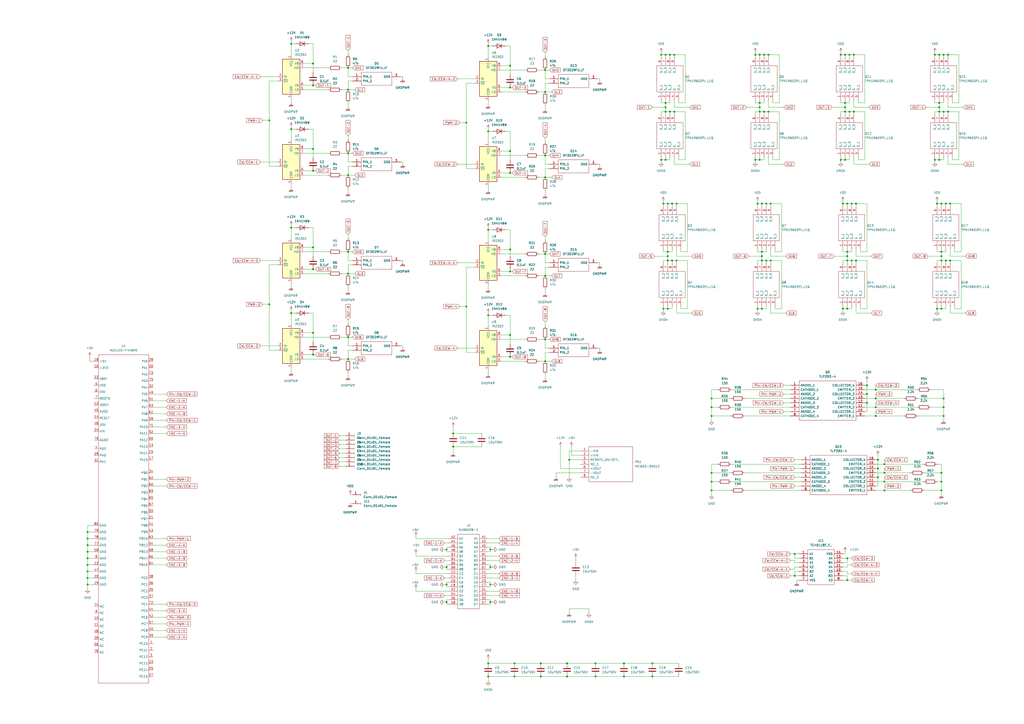
<source format=kicad_sch>
(kicad_sch (version 20211123) (generator eeschema)
  (paper "A2")
  (junction (at 50.8 331.47))
  (junction (at 513.08 279.4))
  (junction (at 440.69 92.71))
  (junction (at 461.01 334.01))
  (junction (at 313.69 384.81))
  (junction (at 502.92 228.6))
  (junction (at 386.08 64.77))
  (junction (at 181.61 205.74))
  (junction (at 201.93 158.75))
  (junction (at 490.22 64.77))
  (junction (at 508 226.06))
  (junction (at 156.21 69.85))
  (junction (at 283.21 392.43))
  (junction (at 547.37 236.22))
  (junction (at 383.54 92.71))
  (junction (at 168.91 25.4))
  (junction (at 412.75 274.32))
  (junction (at 447.04 118.11))
  (junction (at 491.49 118.11))
  (junction (at 316.23 53.34))
  (junction (at 295.91 144.78))
  (junction (at 513.08 284.48))
  (junction (at 328.93 392.43))
  (junction (at 447.04 151.13))
  (junction (at 295.91 38.1))
  (junction (at 391.16 64.77))
  (junction (at 262.89 251.46))
  (junction (at 547.37 31.75))
  (junction (at 509.27 271.78))
  (junction (at 490.22 92.71))
  (junction (at 316.23 102.87))
  (junction (at 444.5 151.13))
  (junction (at 283.21 133.35))
  (junction (at 50.8 316.23))
  (junction (at 386.08 92.71))
  (junction (at 546.1 118.11))
  (junction (at 387.35 151.13))
  (junction (at 412.75 279.4))
  (junction (at 488.95 118.11))
  (junction (at 490.22 31.75))
  (junction (at 491.49 151.13))
  (junction (at 549.91 64.77))
  (junction (at 345.44 384.81))
  (junction (at 50.8 339.09))
  (junction (at 546.1 279.4))
  (junction (at 546.1 284.48))
  (junction (at 412.75 236.22))
  (junction (at 50.8 320.04))
  (junction (at 386.08 31.75))
  (junction (at 440.69 64.77))
  (junction (at 491.49 179.07))
  (junction (at 445.77 64.77))
  (junction (at 316.23 209.55))
  (junction (at 487.68 92.71))
  (junction (at 551.18 151.13))
  (junction (at 443.23 64.77))
  (junction (at 270.51 177.8))
  (junction (at 546.1 151.13))
  (junction (at 284.48 328.93))
  (junction (at 283.21 182.88))
  (junction (at 378.46 392.43))
  (junction (at 542.29 31.75))
  (junction (at 295.91 207.01))
  (junction (at 201.93 39.37))
  (junction (at 441.96 146.05))
  (junction (at 491.49 148.59))
  (junction (at 298.45 392.43))
  (junction (at 181.61 193.04))
  (junction (at 543.56 179.07))
  (junction (at 295.91 100.33))
  (junction (at 508 236.22))
  (junction (at 544.83 31.75))
  (junction (at 270.51 71.12))
  (junction (at 461.01 321.31))
  (junction (at 316.23 147.32))
  (junction (at 283.21 26.67))
  (junction (at 259.08 318.77))
  (junction (at 50.8 308.61))
  (junction (at 387.35 146.05))
  (junction (at 492.76 64.77))
  (junction (at 502.92 223.52))
  (junction (at 262.89 259.08))
  (junction (at 508 231.14))
  (junction (at 388.62 31.75))
  (junction (at 494.03 151.13))
  (junction (at 316.23 160.02))
  (junction (at 549.91 31.75))
  (junction (at 438.15 92.71))
  (junction (at 156.21 176.53))
  (junction (at 495.3 31.75))
  (junction (at 295.91 50.8))
  (junction (at 440.69 59.69))
  (junction (at 181.61 86.36))
  (junction (at 441.96 118.11))
  (junction (at 387.35 179.07))
  (junction (at 440.69 62.23))
  (junction (at 201.93 208.28))
  (junction (at 542.29 92.71))
  (junction (at 494.03 118.11))
  (junction (at 284.48 339.09))
  (junction (at 488.95 179.07))
  (junction (at 181.61 143.51))
  (junction (at 168.91 74.93))
  (junction (at 445.77 31.75))
  (junction (at 181.61 99.06))
  (junction (at 259.08 339.09))
  (junction (at 490.22 59.69))
  (junction (at 361.95 384.81))
  (junction (at 491.49 323.85))
  (junction (at 513.08 274.32))
  (junction (at 316.23 196.85))
  (junction (at 259.08 328.93))
  (junction (at 544.83 59.69))
  (junction (at 412.75 241.3))
  (junction (at 295.91 87.63))
  (junction (at 388.62 64.77))
  (junction (at 391.16 31.75))
  (junction (at 283.21 76.2))
  (junction (at 50.8 335.28))
  (junction (at 502.92 233.68))
  (junction (at 490.22 62.23))
  (junction (at 491.49 336.55))
  (junction (at 50.8 312.42))
  (junction (at 544.83 62.23))
  (junction (at 201.93 101.6))
  (junction (at 441.96 148.59))
  (junction (at 496.57 151.13))
  (junction (at 544.83 64.77))
  (junction (at 551.18 118.11))
  (junction (at 389.89 118.11))
  (junction (at 412.75 231.14))
  (junction (at 50.8 323.85))
  (junction (at 384.81 118.11))
  (junction (at 495.3 64.77))
  (junction (at 328.93 384.81))
  (junction (at 491.49 146.05))
  (junction (at 181.61 49.53))
  (junction (at 543.56 118.11))
  (junction (at 492.76 31.75))
  (junction (at 548.64 118.11))
  (junction (at 50.8 327.66))
  (junction (at 440.69 31.75))
  (junction (at 441.96 151.13))
  (junction (at 284.48 349.25))
  (junction (at 201.93 88.9))
  (junction (at 547.37 241.3))
  (junction (at 392.43 151.13))
  (junction (at 547.37 64.77))
  (junction (at 443.23 31.75))
  (junction (at 546.1 148.59))
  (junction (at 181.61 156.21))
  (junction (at 509.27 266.7))
  (junction (at 389.89 151.13))
  (junction (at 295.91 194.31))
  (junction (at 444.5 118.11))
  (junction (at 496.57 118.11))
  (junction (at 412.75 284.48))
  (junction (at 441.96 179.07))
  (junction (at 509.27 276.86))
  (junction (at 361.95 392.43))
  (junction (at 313.69 392.43))
  (junction (at 546.1 274.32))
  (junction (at 386.08 62.23))
  (junction (at 168.91 132.08))
  (junction (at 201.93 146.05))
  (junction (at 330.2 266.7))
  (junction (at 544.83 92.71))
  (junction (at 546.1 146.05))
  (junction (at 168.91 181.61))
  (junction (at 487.68 31.75))
  (junction (at 298.45 384.81))
  (junction (at 284.48 318.77))
  (junction (at 439.42 118.11))
  (junction (at 201.93 52.07))
  (junction (at 283.21 384.81))
  (junction (at 387.35 148.59))
  (junction (at 316.23 90.17))
  (junction (at 295.91 157.48))
  (junction (at 438.15 31.75))
  (junction (at 316.23 40.64))
  (junction (at 383.54 31.75))
  (junction (at 387.35 118.11))
  (junction (at 392.43 118.11))
  (junction (at 259.08 349.25))
  (junction (at 508 241.3))
  (junction (at 181.61 36.83))
  (junction (at 513.08 269.24))
  (junction (at 548.64 151.13))
  (junction (at 386.08 59.69))
  (junction (at 201.93 195.58))
  (junction (at 439.42 179.07))
  (junction (at 384.81 179.07))
  (junction (at 345.44 392.43))
  (junction (at 378.46 384.81))
  (junction (at 546.1 179.07))
  (junction (at 547.37 231.14))
  (wire (pts (xy 488.95 179.07) (xy 488.95 180.34)))
  (wire (pts (xy 502.92 151.13) (xy 496.57 151.13)))
  (wire (pts (xy 196.85 267.97) (xy 200.66 267.97)))
  (wire (pts (xy 487.68 59.69) (xy 490.22 59.69)))
  (wire (pts (xy 424.18 284.48) (xy 412.75 284.48)))
  (wire (pts (xy 532.13 231.14) (xy 547.37 231.14)))
  (wire (pts (xy 283.21 214.63) (xy 283.21 217.17)))
  (wire (pts (xy 502.92 220.98) (xy 502.92 223.52)))
  (wire (pts (xy 378.46 384.81) (xy 393.7 384.81)))
  (wire (pts (xy 453.39 118.11) (xy 447.04 118.11)))
  (wire (pts (xy 496.57 148.59) (xy 505.46 148.59)))
  (wire (pts (xy 502.92 233.68) (xy 502.92 238.76)))
  (wire (pts (xy 88.9 369.57) (xy 96.52 369.57)))
  (wire (pts (xy 384.81 119.38) (xy 384.81 118.11)))
  (wire (pts (xy 290.83 38.1) (xy 295.91 38.1)))
  (wire (pts (xy 496.57 177.8) (xy 496.57 181.61)))
  (wire (pts (xy 316.23 30.48) (xy 316.23 33.02)))
  (wire (pts (xy 487.68 31.75) (xy 490.22 31.75)))
  (wire (pts (xy 552.45 59.69) (xy 556.26 59.69)))
  (wire (pts (xy 488.95 323.85) (xy 491.49 323.85)))
  (wire (pts (xy 546.1 269.24) (xy 546.1 274.32)))
  (wire (pts (xy 295.91 207.01) (xy 297.18 207.01)))
  (wire (pts (xy 88.9 316.23) (xy 96.52 316.23)))
  (wire (pts (xy 290.83 102.87) (xy 304.8 102.87)))
  (wire (pts (xy 551.18 118.11) (xy 551.18 119.38)))
  (wire (pts (xy 290.83 207.01) (xy 295.91 207.01)))
  (wire (pts (xy 494.03 118.11) (xy 496.57 118.11)))
  (wire (pts (xy 389.89 118.11) (xy 392.43 118.11)))
  (wire (pts (xy 394.97 179.07) (xy 398.78 179.07)))
  (wire (pts (xy 494.03 177.8) (xy 494.03 179.07)))
  (wire (pts (xy 487.68 33.02) (xy 487.68 31.75)))
  (wire (pts (xy 447.04 118.11) (xy 447.04 119.38)))
  (wire (pts (xy 458.47 334.01) (xy 461.01 334.01)))
  (wire (pts (xy 543.56 116.84) (xy 543.56 118.11)))
  (wire (pts (xy 316.23 95.25) (xy 316.23 90.17)))
  (wire (pts (xy 443.23 31.75) (xy 445.77 31.75)))
  (wire (pts (xy 345.44 384.81) (xy 361.95 384.81)))
  (wire (pts (xy 50.8 312.42) (xy 50.8 316.23)))
  (wire (pts (xy 544.83 31.75) (xy 544.83 33.02)))
  (wire (pts (xy 384.81 146.05) (xy 387.35 146.05)))
  (wire (pts (xy 152.4 176.53) (xy 156.21 176.53)))
  (wire (pts (xy 508 236.22) (xy 532.13 236.22)))
  (wire (pts (xy 176.53 39.37) (xy 190.5 39.37)))
  (wire (pts (xy 316.23 48.26) (xy 316.23 53.34)))
  (wire (pts (xy 434.34 148.59) (xy 441.96 148.59)))
  (wire (pts (xy 452.12 59.69) (xy 452.12 31.75)))
  (wire (pts (xy 389.89 144.78) (xy 389.89 146.05)))
  (wire (pts (xy 431.8 284.48) (xy 464.82 284.48)))
  (wire (pts (xy 387.35 148.59) (xy 387.35 151.13)))
  (wire (pts (xy 316.23 97.79) (xy 316.23 102.87)))
  (wire (pts (xy 431.8 274.32) (xy 464.82 274.32)))
  (wire (pts (xy 346.71 201.93) (xy 347.98 201.93)))
  (wire (pts (xy 316.23 209.55) (xy 320.04 209.55)))
  (wire (pts (xy 204.47 151.13) (xy 201.93 151.13)))
  (wire (pts (xy 492.76 31.75) (xy 495.3 31.75)))
  (wire (pts (xy 168.91 163.83) (xy 168.91 166.37)))
  (wire (pts (xy 394.97 177.8) (xy 394.97 179.07)))
  (wire (pts (xy 283.21 347.98) (xy 284.48 347.98)))
  (wire (pts (xy 424.18 231.14) (xy 412.75 231.14)))
  (wire (pts (xy 543.56 177.8) (xy 543.56 179.07)))
  (wire (pts (xy 494.03 118.11) (xy 494.03 119.38)))
  (wire (pts (xy 290.83 53.34) (xy 304.8 53.34)))
  (wire (pts (xy 285.75 349.25) (xy 284.48 349.25)))
  (wire (pts (xy 295.91 182.88) (xy 295.91 194.31)))
  (wire (pts (xy 295.91 144.78) (xy 295.91 148.59)))
  (wire (pts (xy 412.75 236.22) (xy 412.75 241.3)))
  (wire (pts (xy 316.23 90.17) (xy 318.77 90.17)))
  (wire (pts (xy 283.21 350.52) (xy 284.48 350.52)))
  (wire (pts (xy 198.12 39.37) (xy 201.93 39.37)))
  (wire (pts (xy 544.83 92.71) (xy 542.29 92.71)))
  (wire (pts (xy 513.08 281.94) (xy 513.08 284.48)))
  (wire (pts (xy 283.21 314.96) (xy 289.56 314.96)))
  (wire (pts (xy 284.48 349.25) (xy 284.48 347.98)))
  (wire (pts (xy 328.93 384.81) (xy 345.44 384.81)))
  (wire (pts (xy 293.37 133.35) (xy 295.91 133.35)))
  (wire (pts (xy 548.64 151.13) (xy 546.1 151.13)))
  (wire (pts (xy 452.12 92.71) (xy 452.12 64.77)))
  (wire (pts (xy 386.08 31.75) (xy 388.62 31.75)))
  (wire (pts (xy 88.9 327.66) (xy 96.52 327.66)))
  (wire (pts (xy 387.35 179.07) (xy 384.81 179.07)))
  (wire (pts (xy 547.37 226.06) (xy 547.37 231.14)))
  (wire (pts (xy 168.91 106.68) (xy 168.91 109.22)))
  (wire (pts (xy 290.83 194.31) (xy 295.91 194.31)))
  (wire (pts (xy 443.23 64.77) (xy 440.69 64.77)))
  (wire (pts (xy 283.21 332.74) (xy 289.56 332.74)))
  (wire (pts (xy 204.47 96.52) (xy 201.93 96.52)))
  (wire (pts (xy 537.21 62.23) (xy 544.83 62.23)))
  (wire (pts (xy 392.43 151.13) (xy 389.89 151.13)))
  (wire (pts (xy 491.49 331.47) (xy 491.49 332.74)))
  (wire (pts (xy 168.91 74.93) (xy 168.91 81.28)))
  (wire (pts (xy 283.21 76.2) (xy 283.21 82.55)))
  (wire (pts (xy 546.1 144.78) (xy 546.1 146.05)))
  (wire (pts (xy 439.42 151.13) (xy 439.42 152.4)))
  (wire (pts (xy 458.47 228.6) (xy 454.66 228.6)))
  (wire (pts (xy 543.56 151.13) (xy 543.56 152.4)))
  (wire (pts (xy 502.92 146.05) (xy 502.92 118.11)))
  (wire (pts (xy 270.51 71.12) (xy 270.51 97.79)))
  (wire (pts (xy 295.91 157.48) (xy 297.18 157.48)))
  (wire (pts (xy 509.27 281.94) (xy 508 281.94)))
  (wire (pts (xy 440.69 59.69) (xy 440.69 62.23)))
  (wire (pts (xy 361.95 384.81) (xy 378.46 384.81)))
  (wire (pts (xy 88.9 320.04) (xy 96.52 320.04)))
  (wire (pts (xy 181.61 74.93) (xy 181.61 86.36)))
  (wire (pts (xy 462.28 336.55) (xy 462.28 337.82)))
  (wire (pts (xy 491.49 179.07) (xy 488.95 179.07)))
  (wire (pts (xy 552.45 58.42) (xy 552.45 59.69)))
  (wire (pts (xy 290.83 90.17) (xy 304.8 90.17)))
  (wire (pts (xy 284.48 320.04) (xy 284.48 318.77)))
  (wire (pts (xy 316.23 201.93) (xy 316.23 196.85)))
  (wire (pts (xy 201.93 29.21) (xy 201.93 31.75)))
  (wire (pts (xy 424.18 269.24) (xy 464.82 269.24)))
  (wire (pts (xy 544.83 59.69) (xy 547.37 59.69)))
  (wire (pts (xy 259.08 328.93) (xy 259.08 330.2)))
  (wire (pts (xy 389.89 151.13) (xy 389.89 152.4)))
  (wire (pts (xy 201.93 52.07) (xy 205.74 52.07)))
  (wire (pts (xy 330.2 355.6) (xy 330.2 353.06)))
  (wire (pts (xy 490.22 92.71) (xy 487.68 92.71)))
  (wire (pts (xy 88.9 243.84) (xy 96.52 243.84)))
  (wire (pts (xy 204.47 46.99) (xy 201.93 46.99)))
  (wire (pts (xy 445.77 91.44) (xy 445.77 95.25)))
  (wire (pts (xy 464.82 281.94) (xy 461.01 281.94)))
  (wire (pts (xy 389.89 118.11) (xy 389.89 119.38)))
  (wire (pts (xy 384.81 116.84) (xy 384.81 118.11)))
  (wire (pts (xy 496.57 181.61) (xy 505.46 181.61)))
  (wire (pts (xy 438.15 31.75) (xy 440.69 31.75)))
  (wire (pts (xy 293.37 182.88) (xy 295.91 182.88)))
  (wire (pts (xy 452.12 31.75) (xy 445.77 31.75)))
  (wire (pts (xy 285.75 26.67) (xy 283.21 26.67)))
  (wire (pts (xy 548.64 177.8) (xy 548.64 179.07)))
  (wire (pts (xy 464.82 271.78) (xy 461.01 271.78)))
  (wire (pts (xy 54.61 339.09) (xy 50.8 339.09)))
  (wire (pts (xy 490.22 59.69) (xy 490.22 62.23)))
  (wire (pts (xy 548.64 179.07) (xy 546.1 179.07)))
  (wire (pts (xy 495.3 66.04) (xy 495.3 64.77)))
  (wire (pts (xy 547.37 241.3) (xy 547.37 243.84)))
  (wire (pts (xy 502.92 179.07) (xy 502.92 151.13)))
  (wire (pts (xy 241.3 321.31) (xy 241.3 322.58)))
  (wire (pts (xy 283.21 337.82) (xy 284.48 337.82)))
  (wire (pts (xy 496.57 118.11) (xy 496.57 119.38)))
  (wire (pts (xy 494.03 144.78) (xy 494.03 146.05)))
  (wire (pts (xy 331.47 264.16) (xy 336.55 264.16)))
  (wire (pts (xy 168.91 25.4) (xy 168.91 31.75)))
  (wire (pts (xy 290.83 144.78) (xy 295.91 144.78)))
  (wire (pts (xy 260.35 337.82) (xy 259.08 337.82)))
  (wire (pts (xy 513.08 271.78) (xy 513.08 274.32)))
  (wire (pts (xy 196.85 262.89) (xy 200.66 262.89)))
  (wire (pts (xy 546.1 274.32) (xy 546.1 279.4)))
  (wire (pts (xy 283.21 384.81) (xy 298.45 384.81)))
  (wire (pts (xy 168.91 213.36) (xy 168.91 215.9)))
  (wire (pts (xy 424.18 279.4) (xy 464.82 279.4)))
  (wire (pts (xy 494.03 327.66) (xy 491.49 327.66)))
  (wire (pts (xy 295.91 133.35) (xy 295.91 144.78)))
  (wire (pts (xy 283.21 322.58) (xy 289.56 322.58)))
  (wire (pts (xy 290.83 40.64) (xy 304.8 40.64)))
  (wire (pts (xy 392.43 152.4) (xy 392.43 151.13)))
  (wire (pts (xy 557.53 179.07) (xy 557.53 151.13)))
  (wire (pts (xy 201.93 185.42) (xy 201.93 187.96)))
  (wire (pts (xy 270.51 154.94) (xy 270.51 177.8)))
  (wire (pts (xy 383.54 31.75) (xy 386.08 31.75)))
  (wire (pts (xy 461.01 331.47) (xy 463.55 331.47)))
  (wire (pts (xy 88.9 358.14) (xy 96.52 358.14)))
  (wire (pts (xy 440.69 62.23) (xy 440.69 64.77)))
  (wire (pts (xy 444.5 118.11) (xy 444.5 119.38)))
  (wire (pts (xy 397.51 92.71) (xy 397.51 64.77)))
  (wire (pts (xy 270.51 48.26) (xy 270.51 71.12)))
  (wire (pts (xy 391.16 64.77) (xy 388.62 64.77)))
  (wire (pts (xy 313.69 384.81) (xy 328.93 384.81)))
  (wire (pts (xy 384.81 151.13) (xy 384.81 152.4)))
  (wire (pts (xy 295.91 156.21) (xy 295.91 157.48)))
  (wire (pts (xy 260.35 330.2) (xy 259.08 330.2)))
  (wire (pts (xy 445.77 58.42) (xy 445.77 62.23)))
  (wire (pts (xy 424.18 274.32) (xy 412.75 274.32)))
  (wire (pts (xy 50.8 320.04) (xy 50.8 323.85)))
  (wire (pts (xy 499.11 144.78) (xy 499.11 146.05)))
  (wire (pts (xy 257.81 325.12) (xy 260.35 325.12)))
  (wire (pts (xy 501.65 64.77) (xy 495.3 64.77)))
  (wire (pts (xy 181.61 181.61) (xy 181.61 193.04)))
  (wire (pts (xy 391.16 66.04) (xy 391.16 64.77)))
  (wire (pts (xy 204.47 203.2) (xy 201.93 203.2)))
  (wire (pts (xy 444.5 118.11) (xy 447.04 118.11)))
  (wire (pts (xy 508 238.76) (xy 508 241.3)))
  (wire (pts (xy 266.7 177.8) (xy 270.51 177.8)))
  (wire (pts (xy 233.68 93.98) (xy 233.68 95.25)))
  (wire (pts (xy 257.81 314.96) (xy 260.35 314.96)))
  (wire (pts (xy 260.35 317.5) (xy 259.08 317.5)))
  (wire (pts (xy 179.07 132.08) (xy 181.61 132.08)))
  (wire (pts (xy 88.9 312.42) (xy 96.52 312.42)))
  (wire (pts (xy 488.95 328.93) (xy 491.49 328.93)))
  (wire (pts (xy 88.9 365.76) (xy 96.52 365.76)))
  (wire (pts (xy 88.9 232.41) (xy 96.52 232.41)))
  (wire (pts (xy 416.56 226.06) (xy 412.75 226.06)))
  (wire (pts (xy 386.08 64.77) (xy 386.08 66.04)))
  (wire (pts (xy 233.68 200.66) (xy 233.68 201.93)))
  (wire (pts (xy 495.3 31.75) (xy 495.3 33.02)))
  (wire (pts (xy 557.53 146.05) (xy 557.53 118.11)))
  (wire (pts (xy 392.43 118.11) (xy 392.43 119.38)))
  (wire (pts (xy 398.78 118.11) (xy 392.43 118.11)))
  (wire (pts (xy 544.83 62.23) (xy 544.83 64.77)))
  (wire (pts (xy 508 231.14) (xy 524.51 231.14)))
  (wire (pts (xy 557.53 151.13) (xy 551.18 151.13)))
  (wire (pts (xy 50.8 304.8) (xy 50.8 308.61)))
  (wire (pts (xy 316.23 60.96) (xy 316.23 63.5)))
  (wire (pts (xy 552.45 91.44) (xy 552.45 92.71)))
  (wire (pts (xy 438.15 92.71) (xy 438.15 93.98)))
  (wire (pts (xy 203.2 292.1) (xy 204.47 292.1)))
  (wire (pts (xy 548.64 118.11) (xy 551.18 118.11)))
  (wire (pts (xy 284.48 339.09) (xy 284.48 337.82)))
  (wire (pts (xy 316.23 147.32) (xy 318.77 147.32)))
  (wire (pts (xy 501.65 231.14) (xy 508 231.14)))
  (wire (pts (xy 389.89 151.13) (xy 387.35 151.13)))
  (wire (pts (xy 201.93 215.9) (xy 201.93 218.44)))
  (wire (pts (xy 298.45 384.81) (xy 313.69 384.81)))
  (wire (pts (xy 179.07 25.4) (xy 181.61 25.4)))
  (wire (pts (xy 181.61 36.83) (xy 181.61 41.91)))
  (wire (pts (xy 168.91 73.66) (xy 168.91 74.93)))
  (wire (pts (xy 203.2 287.02) (xy 204.47 287.02)))
  (wire (pts (xy 201.93 39.37) (xy 204.47 39.37)))
  (wire (pts (xy 509.27 266.7) (xy 509.27 271.78)))
  (wire (pts (xy 441.96 144.78) (xy 441.96 146.05)))
  (wire (pts (xy 438.15 33.02) (xy 438.15 31.75)))
  (wire (pts (xy 502.92 118.11) (xy 496.57 118.11)))
  (wire (pts (xy 283.21 312.42) (xy 289.56 312.42)))
  (wire (pts (xy 386.08 31.75) (xy 386.08 33.02)))
  (wire (pts (xy 544.83 31.75) (xy 547.37 31.75)))
  (wire (pts (xy 283.21 26.67) (xy 283.21 33.02)))
  (wire (pts (xy 464.82 276.86) (xy 461.01 276.86)))
  (wire (pts (xy 440.69 59.69) (xy 443.23 59.69)))
  (wire (pts (xy 176.53 146.05) (xy 190.5 146.05)))
  (wire (pts (xy 412.75 226.06) (xy 412.75 231.14)))
  (wire (pts (xy 283.21 320.04) (xy 284.48 320.04)))
  (wire (pts (xy 283.21 181.61) (xy 283.21 182.88)))
  (wire (pts (xy 181.61 156.21) (xy 182.88 156.21)))
  (wire (pts (xy 265.43 45.72) (xy 275.59 45.72)))
  (wire (pts (xy 508 271.78) (xy 509.27 271.78)))
  (wire (pts (xy 547.37 64.77) (xy 544.83 64.77)))
  (wire (pts (xy 201.93 59.69) (xy 201.93 62.23)))
  (wire (pts (xy 439.42 179.07) (xy 439.42 180.34)))
  (wire (pts (xy 393.7 58.42) (xy 393.7 59.69)))
  (wire (pts (xy 88.9 354.33) (xy 96.52 354.33)))
  (wire (pts (xy 391.16 58.42) (xy 391.16 62.23)))
  (wire (pts (xy 318.77 48.26) (xy 316.23 48.26)))
  (wire (pts (xy 181.61 49.53) (xy 182.88 49.53)))
  (wire (pts (xy 181.61 132.08) (xy 181.61 143.51)))
  (wire (pts (xy 416.56 269.24) (xy 412.75 269.24)))
  (wire (pts (xy 447.04 181.61) (xy 455.93 181.61)))
  (wire (pts (xy 233.68 151.13) (xy 233.68 152.4)))
  (wire (pts (xy 50.8 308.61) (xy 50.8 312.42)))
  (wire (pts (xy 260.35 340.36) (xy 259.08 340.36)))
  (wire (pts (xy 270.51 97.79) (xy 275.59 97.79)))
  (wire (pts (xy 488.95 331.47) (xy 491.49 331.47)))
  (wire (pts (xy 283.21 335.28) (xy 289.56 335.28)))
  (wire (pts (xy 397.51 59.69) (xy 397.51 31.75)))
  (wire (pts (xy 491.49 334.01) (xy 491.49 336.55)))
  (wire (pts (xy 156.21 176.53) (xy 156.21 203.2)))
  (wire (pts (xy 283.21 133.35) (xy 283.21 139.7)))
  (wire (pts (xy 361.95 392.43) (xy 378.46 392.43)))
  (wire (pts (xy 176.53 88.9) (xy 190.5 88.9)))
  (wire (pts (xy 389.89 177.8) (xy 389.89 179.07)))
  (wire (pts (xy 176.53 86.36) (xy 181.61 86.36)))
  (wire (pts (xy 201.93 158.75) (xy 205.74 158.75)))
  (wire (pts (xy 538.48 148.59) (xy 546.1 148.59)))
  (wire (pts (xy 392.43 177.8) (xy 392.43 181.61)))
  (wire (pts (xy 260.35 322.58) (xy 241.3 322.58)))
  (wire (pts (xy 508 226.06) (xy 532.13 226.06)))
  (wire (pts (xy 412.75 274.32) (xy 412.75 279.4)))
  (wire (pts (xy 483.87 148.59) (xy 491.49 148.59)))
  (wire (pts (xy 449.58 144.78) (xy 449.58 146.05)))
  (wire (pts (xy 546.1 284.48) (xy 546.1 287.02)))
  (wire (pts (xy 232.41 44.45) (xy 233.68 44.45)))
  (wire (pts (xy 330.2 266.7) (xy 330.2 276.86)))
  (wire (pts (xy 257.81 328.93) (xy 259.08 328.93)))
  (wire (pts (xy 488.95 151.13) (xy 488.95 152.4)))
  (wire (pts (xy 548.64 118.11) (xy 548.64 119.38)))
  (wire (pts (xy 439.42 177.8) (xy 439.42 179.07)))
  (wire (pts (xy 168.91 130.81) (xy 168.91 132.08)))
  (wire (pts (xy 431.8 231.14) (xy 458.47 231.14)))
  (wire (pts (xy 151.13 151.13) (xy 161.29 151.13)))
  (wire (pts (xy 284.48 340.36) (xy 284.48 339.09)))
  (wire (pts (xy 331.47 259.08) (xy 331.47 264.16)))
  (wire (pts (xy 316.23 110.49) (xy 316.23 113.03)))
  (wire (pts (xy 491.49 146.05) (xy 494.03 146.05)))
  (wire (pts (xy 539.75 226.06) (xy 547.37 226.06)))
  (wire (pts (xy 283.21 132.08) (xy 283.21 133.35)))
  (wire (pts (xy 497.84 58.42) (xy 497.84 59.69)))
  (wire (pts (xy 88.9 247.65) (xy 96.52 247.65)))
  (wire (pts (xy 494.03 151.13) (xy 494.03 152.4)))
  (wire (pts (xy 176.53 195.58) (xy 190.5 195.58)))
  (wire (pts (xy 502.92 238.76) (xy 501.65 238.76)))
  (wire (pts (xy 487.68 30.48) (xy 487.68 31.75)))
  (wire (pts (xy 387.35 144.78) (xy 387.35 146.05)))
  (wire (pts (xy 54.61 320.04) (xy 50.8 320.04)))
  (wire (pts (xy 386.08 91.44) (xy 386.08 92.71)))
  (wire (pts (xy 391.16 31.75) (xy 391.16 33.02)))
  (wire (pts (xy 260.35 350.52) (xy 259.08 350.52)))
  (wire (pts (xy 542.29 91.44) (xy 542.29 92.71)))
  (wire (pts (xy 330.2 261.62) (xy 330.2 266.7)))
  (wire (pts (xy 491.49 148.59) (xy 491.49 151.13)))
  (wire (pts (xy 439.42 144.78) (xy 439.42 146.05)))
  (wire (pts (xy 424.18 236.22) (xy 458.47 236.22)))
  (wire (pts (xy 424.18 241.3) (xy 412.75 241.3)))
  (wire (pts (xy 492.76 31.75) (xy 492.76 33.02)))
  (wire (pts (xy 260.35 332.74) (xy 241.3 332.74)))
  (wire (pts (xy 201.93 96.52) (xy 201.93 101.6)))
  (wire (pts (xy 383.54 64.77) (xy 383.54 66.04)))
  (wire (pts (xy 491.49 144.78) (xy 491.49 146.05)))
  (wire (pts (xy 491.49 323.85) (xy 491.49 326.39)))
  (wire (pts (xy 388.62 58.42) (xy 388.62 59.69)))
  (wire (pts (xy 201.93 166.37) (xy 201.93 168.91)))
  (wire (pts (xy 398.78 151.13) (xy 392.43 151.13)))
  (wire (pts (xy 347.98 201.93) (xy 347.98 203.2)))
  (wire (pts (xy 176.53 205.74) (xy 181.61 205.74)))
  (wire (pts (xy 438.15 59.69) (xy 440.69 59.69)))
  (wire (pts (xy 283.21 392.43) (xy 298.45 392.43)))
  (wire (pts (xy 285.75 339.09) (xy 284.48 339.09)))
  (wire (pts (xy 412.75 236.22) (xy 416.56 236.22)))
  (wire (pts (xy 388.62 92.71) (xy 386.08 92.71)))
  (wire (pts (xy 543.56 118.11) (xy 546.1 118.11)))
  (wire (pts (xy 259.08 347.98) (xy 259.08 349.25)))
  (wire (pts (xy 259.08 317.5) (xy 259.08 318.77)))
  (wire (pts (xy 54.61 312.42) (xy 50.8 312.42)))
  (wire (pts (xy 464.82 266.7) (xy 461.01 266.7)))
  (wire (pts (xy 295.91 100.33) (xy 297.18 100.33)))
  (wire (pts (xy 447.04 152.4) (xy 447.04 151.13)))
  (wire (pts (xy 556.26 31.75) (xy 549.91 31.75)))
  (wire (pts (xy 447.04 177.8) (xy 447.04 181.61)))
  (wire (pts (xy 513.08 284.48) (xy 528.32 284.48)))
  (wire (pts (xy 316.23 160.02) (xy 320.04 160.02)))
  (wire (pts (xy 161.29 153.67) (xy 156.21 153.67)))
  (wire (pts (xy 542.29 64.77) (xy 542.29 66.04)))
  (wire (pts (xy 391.16 91.44) (xy 391.16 95.25)))
  (wire (pts (xy 283.21 382.27) (xy 283.21 384.81)))
  (wire (pts (xy 508 266.7) (xy 509.27 266.7)))
  (wire (pts (xy 392.43 148.59) (xy 401.32 148.59)))
  (wire (pts (xy 501.65 226.06) (xy 508 226.06)))
  (wire (pts (xy 551.18 151.13) (xy 548.64 151.13)))
  (wire (pts (xy 458.47 321.31) (xy 461.01 321.31)))
  (wire (pts (xy 171.45 74.93) (xy 168.91 74.93)))
  (wire (pts (xy 284.48 330.2) (xy 284.48 328.93)))
  (wire (pts (xy 439.42 146.05) (xy 441.96 146.05)))
  (wire (pts (xy 539.75 236.22) (xy 547.37 236.22)))
  (wire (pts (xy 487.68 92.71) (xy 487.68 93.98)))
  (wire (pts (xy 391.16 95.25) (xy 400.05 95.25)))
  (wire (pts (xy 443.23 58.42) (xy 443.23 59.69)))
  (wire (pts (xy 156.21 46.99) (xy 156.21 69.85)))
  (wire (pts (xy 412.75 241.3) (xy 412.75 243.84)))
  (wire (pts (xy 491.49 327.66) (xy 491.49 328.93)))
  (wire (pts (xy 201.93 203.2) (xy 201.93 208.28)))
  (wire (pts (xy 543.56 269.24) (xy 546.1 269.24)))
  (wire (pts (xy 495.3 64.77) (xy 492.76 64.77)))
  (wire (pts (xy 312.42 40.64) (xy 316.23 40.64)))
  (wire (pts (xy 542.29 31.75) (xy 544.83 31.75)))
  (wire (pts (xy 241.3 342.9) (xy 241.3 341.63)))
  (wire (pts (xy 454.66 233.68) (xy 458.47 233.68)))
  (wire (pts (xy 275.59 48.26) (xy 270.51 48.26)))
  (wire (pts (xy 508 233.68) (xy 508 236.22)))
  (wire (pts (xy 270.51 177.8) (xy 270.51 204.47)))
  (wire (pts (xy 283.21 317.5) (xy 284.48 317.5)))
  (wire (pts (xy 508 279.4) (xy 513.08 279.4)))
  (wire (pts (xy 386.08 58.42) (xy 386.08 59.69)))
  (wire (pts (xy 316.23 53.34) (xy 320.04 53.34)))
  (wire (pts (xy 285.75 328.93) (xy 284.48 328.93)))
  (wire (pts (xy 440.69 64.77) (xy 438.15 64.77)))
  (wire (pts (xy 176.53 99.06) (xy 181.61 99.06)))
  (wire (pts (xy 491.49 146.05) (xy 491.49 148.59)))
  (wire (pts (xy 318.77 201.93) (xy 316.23 201.93)))
  (wire (pts (xy 233.68 44.45) (xy 233.68 45.72)))
  (wire (pts (xy 424.18 226.06) (xy 458.47 226.06)))
  (wire (pts (xy 444.5 144.78) (xy 444.5 146.05)))
  (wire (pts (xy 543.56 146.05) (xy 546.1 146.05)))
  (wire (pts (xy 232.41 151.13) (xy 233.68 151.13)))
  (wire (pts (xy 316.23 204.47) (xy 316.23 209.55)))
  (wire (pts (xy 259.08 327.66) (xy 259.08 328.93)))
  (wire (pts (xy 346.71 152.4) (xy 347.98 152.4)))
  (wire (pts (xy 384.81 118.11) (xy 387.35 118.11)))
  (wire (pts (xy 201.93 153.67) (xy 201.93 158.75)))
  (wire (pts (xy 387.35 146.05) (xy 387.35 148.59)))
  (wire (pts (xy 492.76 64.77) (xy 490.22 64.77)))
  (wire (pts (xy 378.46 62.23) (xy 386.08 62.23)))
  (wire (pts (xy 316.23 154.94) (xy 316.23 160.02)))
  (wire (pts (xy 52.07 209.55) (xy 54.61 209.55)))
  (wire (pts (xy 318.77 204.47) (xy 316.23 204.47)))
  (wire (pts (xy 265.43 201.93) (xy 275.59 201.93)))
  (wire (pts (xy 285.75 76.2) (xy 283.21 76.2)))
  (wire (pts (xy 262.89 247.65) (xy 262.89 251.46)))
  (wire (pts (xy 494.03 151.13) (xy 491.49 151.13)))
  (wire (pts (xy 499.11 179.07) (xy 502.92 179.07)))
  (wire (pts (xy 341.63 353.06) (xy 341.63 355.6)))
  (wire (pts (xy 283.21 107.95) (xy 283.21 110.49)))
  (wire (pts (xy 181.61 86.36) (xy 181.61 91.44)))
  (wire (pts (xy 445.77 64.77) (xy 443.23 64.77)))
  (wire (pts (xy 553.72 146.05) (xy 557.53 146.05)))
  (wire (pts (xy 496.57 144.78) (xy 496.57 148.59)))
  (wire (pts (xy 156.21 203.2) (xy 161.29 203.2)))
  (wire (pts (xy 508 228.6) (xy 508 231.14)))
  (wire (pts (xy 440.69 58.42) (xy 440.69 59.69)))
  (wire (pts (xy 547.37 236.22) (xy 547.37 241.3)))
  (wire (pts (xy 176.53 158.75) (xy 190.5 158.75)))
  (wire (pts (xy 386.08 64.77) (xy 383.54 64.77)))
  (wire (pts (xy 262.89 259.08) (xy 279.4 259.08)))
  (wire (pts (xy 196.85 270.51) (xy 200.66 270.51)))
  (wire (pts (xy 439.42 118.11) (xy 441.96 118.11)))
  (wire (pts (xy 543.56 279.4) (xy 546.1 279.4)))
  (wire (pts (xy 312.42 53.34) (xy 316.23 53.34)))
  (wire (pts (xy 542.29 92.71) (xy 542.29 93.98)))
  (wire (pts (xy 176.53 49.53) (xy 181.61 49.53)))
  (wire (pts (xy 257.81 349.25) (xy 259.08 349.25)))
  (wire (pts (xy 325.12 271.78) (xy 336.55 271.78)))
  (wire (pts (xy 293.37 76.2) (xy 295.91 76.2)))
  (wire (pts (xy 284.48 328.93) (xy 284.48 327.66)))
  (wire (pts (xy 54.61 304.8) (xy 50.8 304.8)))
  (wire (pts (xy 283.21 25.4) (xy 283.21 26.67)))
  (wire (pts (xy 431.8 241.3) (xy 458.47 241.3)))
  (wire (pts (xy 284.48 318.77) (xy 284.48 317.5)))
  (wire (pts (xy 440.69 64.77) (xy 440.69 66.04)))
  (wire (pts (xy 312.42 209.55) (xy 316.23 209.55)))
  (wire (pts (xy 549.91 58.42) (xy 549.91 62.23)))
  (wire (pts (xy 387.35 146.05) (xy 389.89 146.05)))
  (wire (pts (xy 549.91 66.04) (xy 549.91 64.77)))
  (wire (pts (xy 241.3 332.74) (xy 241.3 331.47)))
  (wire (pts (xy 383.54 33.02) (xy 383.54 31.75)))
  (wire (pts (xy 490.22 31.75) (xy 490.22 33.02)))
  (wire (pts (xy 453.39 179.07) (xy 453.39 151.13)))
  (wire (pts (xy 553.72 179.07) (xy 557.53 179.07)))
  (wire (pts (xy 181.61 25.4) (xy 181.61 36.83)))
  (wire (pts (xy 551.18 148.59) (xy 560.07 148.59)))
  (wire (pts (xy 156.21 69.85) (xy 156.21 96.52)))
  (wire (pts (xy 196.85 257.81) (xy 200.66 257.81)))
  (wire (pts (xy 151.13 44.45) (xy 161.29 44.45)))
  (wire (pts (xy 508 223.52) (xy 508 226.06)))
  (wire (pts (xy 509.27 271.78) (xy 509.27 276.86)))
  (wire (pts (xy 196.85 260.35) (xy 200.66 260.35)))
  (wire (pts (xy 168.91 180.34) (xy 168.91 181.61)))
  (wire (pts (xy 544.83 58.42) (xy 544.83 59.69)))
  (wire (pts (xy 513.08 274.32) (xy 528.32 274.32)))
  (wire (pts (xy 392.43 181.61) (xy 401.32 181.61)))
  (wire (pts (xy 458.47 330.2) (xy 461.01 330.2)))
  (wire (pts (xy 201.93 151.13) (xy 201.93 146.05)))
  (wire (pts (xy 544.83 91.44) (xy 544.83 92.71)))
  (wire (pts (xy 387.35 118.11) (xy 389.89 118.11)))
  (wire (pts (xy 316.23 167.64) (xy 316.23 170.18)))
  (wire (pts (xy 491.49 151.13) (xy 491.49 152.4)))
  (wire (pts (xy 290.83 209.55) (xy 304.8 209.55)))
  (wire (pts (xy 312.42 147.32) (xy 316.23 147.32)))
  (wire (pts (xy 388.62 64.77) (xy 386.08 64.77)))
  (wire (pts (xy 54.61 331.47) (xy 50.8 331.47)))
  (wire (pts (xy 318.77 45.72) (xy 316.23 45.72)))
  (wire (pts (xy 54.61 327.66) (xy 50.8 327.66)))
  (wire (pts (xy 535.94 284.48) (xy 546.1 284.48)))
  (wire (pts (xy 260.35 345.44) (xy 257.81 345.44)))
  (wire (pts (xy 316.23 152.4) (xy 316.23 147.32)))
  (wire (pts (xy 295.91 26.67) (xy 295.91 38.1)))
  (wire (pts (xy 445.77 31.75) (xy 445.77 33.02)))
  (wire (pts (xy 532.13 241.3) (xy 547.37 241.3)))
  (wire (pts (xy 347.98 45.72) (xy 347.98 46.99)))
  (wire (pts (xy 283.21 182.88) (xy 283.21 189.23)))
  (wire (pts (xy 283.21 165.1) (xy 283.21 167.64)))
  (wire (pts (xy 388.62 31.75) (xy 388.62 33.02)))
  (wire (pts (xy 316.23 217.17) (xy 316.23 219.71)))
  (wire (pts (xy 50.8 316.23) (xy 50.8 320.04)))
  (wire (pts (xy 316.23 102.87) (xy 320.04 102.87)))
  (wire (pts (xy 325.12 271.78) (xy 325.12 259.08)))
  (wire (pts (xy 543.56 144.78) (xy 543.56 146.05)))
  (wire (pts (xy 454.66 238.76) (xy 458.47 238.76)))
  (wire (pts (xy 439.42 116.84) (xy 439.42 118.11)))
  (wire (pts (xy 461.01 334.01) (xy 461.01 331.47)))
  (wire (pts (xy 497.84 91.44) (xy 497.84 92.71)))
  (wire (pts (xy 441.96 148.59) (xy 441.96 151.13)))
  (wire (pts (xy 513.08 266.7) (xy 513.08 269.24)))
  (wire (pts (xy 445.77 62.23) (xy 454.66 62.23)))
  (wire (pts (xy 508 241.3) (xy 524.51 241.3)))
  (wire (pts (xy 88.9 228.6) (xy 96.52 228.6)))
  (wire (pts (xy 201.93 101.6) (xy 205.74 101.6)))
  (wire (pts (xy 171.45 181.61) (xy 168.91 181.61)))
  (wire (pts (xy 290.83 100.33) (xy 295.91 100.33)))
  (wire (pts (xy 196.85 265.43) (xy 200.66 265.43)))
  (wire (pts (xy 543.56 119.38) (xy 543.56 118.11)))
  (wire (pts (xy 542.29 33.02) (xy 542.29 31.75)))
  (wire (pts (xy 461.01 330.2) (xy 461.01 328.93)))
  (wire (pts (xy 551.18 152.4) (xy 551.18 151.13)))
  (wire (pts (xy 393.7 91.44) (xy 393.7 92.71)))
  (wire (pts (xy 168.91 181.61) (xy 168.91 187.96)))
  (wire (pts (xy 487.68 91.44) (xy 487.68 92.71)))
  (wire (pts (xy 445.77 66.04) (xy 445.77 64.77)))
  (wire (pts (xy 453.39 151.13) (xy 447.04 151.13)))
  (wire (pts (xy 290.83 160.02) (xy 304.8 160.02)))
  (wire (pts (xy 275.59 154.94) (xy 270.51 154.94)))
  (wire (pts (xy 176.53 36.83) (xy 181.61 36.83)))
  (wire (pts (xy 443.23 92.71) (xy 440.69 92.71)))
  (wire (pts (xy 383.54 92.71) (xy 383.54 93.98)))
  (wire (pts (xy 232.41 93.98) (xy 233.68 93.98)))
  (wire (pts (xy 491.49 151.13) (xy 488.95 151.13)))
  (wire (pts (xy 449.58 177.8) (xy 449.58 179.07)))
  (wire (pts (xy 88.9 350.52) (xy 96.52 350.52)))
  (wire (pts (xy 298.45 392.43) (xy 313.69 392.43)))
  (wire (pts (xy 494.03 179.07) (xy 491.49 179.07)))
  (wire (pts (xy 201.93 78.74) (xy 201.93 81.28)))
  (wire (pts (xy 488.95 336.55) (xy 491.49 336.55)))
  (wire (pts (xy 548.64 144.78) (xy 548.64 146.05)))
  (wire (pts (xy 295.91 194.31) (xy 295.91 199.39)))
  (wire (pts (xy 547.37 31.75) (xy 547.37 33.02)))
  (wire (pts (xy 293.37 26.67) (xy 295.91 26.67)))
  (wire (pts (xy 449.58 179.07) (xy 453.39 179.07)))
  (wire (pts (xy 487.68 64.77) (xy 487.68 66.04)))
  (wire (pts (xy 346.71 95.25) (xy 347.98 95.25)))
  (wire (pts (xy 499.11 146.05) (xy 502.92 146.05)))
  (wire (pts (xy 501.65 31.75) (xy 495.3 31.75)))
  (wire (pts (xy 497.84 92.71) (xy 501.65 92.71)))
  (wire (pts (xy 50.8 331.47) (xy 50.8 335.28)))
  (wire (pts (xy 201.93 44.45) (xy 201.93 39.37)))
  (wire (pts (xy 490.22 31.75) (xy 492.76 31.75)))
  (wire (pts (xy 443.23 31.75) (xy 443.23 33.02)))
  (wire (pts (xy 88.9 236.22) (xy 96.52 236.22)))
  (wire (pts (xy 394.97 144.78) (xy 394.97 146.05)))
  (wire (pts (xy 542.29 30.48) (xy 542.29 31.75)))
  (wire (pts (xy 283.21 340.36) (xy 284.48 340.36)))
  (wire (pts (xy 557.53 118.11) (xy 551.18 118.11)))
  (wire (pts (xy 453.39 146.05) (xy 453.39 118.11)))
  (wire (pts (xy 513.08 276.86) (xy 513.08 279.4)))
  (wire (pts (xy 397.51 64.77) (xy 391.16 64.77)))
  (wire (pts (xy 440.69 31.75) (xy 440.69 33.02)))
  (wire (pts (xy 179.07 74.93) (xy 181.61 74.93)))
  (wire (pts (xy 283.21 327.66) (xy 284.48 327.66)))
  (wire (pts (xy 444.5 177.8) (xy 444.5 179.07)))
  (wire (pts (xy 491.49 332.74) (xy 494.03 332.74)))
  (wire (pts (xy 88.9 281.94) (xy 96.52 281.94)))
  (wire (pts (xy 444.5 151.13) (xy 441.96 151.13)))
  (wire (pts (xy 546.1 279.4) (xy 546.1 284.48)))
  (wire (pts (xy 295.91 76.2) (xy 295.91 87.63)))
  (wire (pts (xy 318.77 152.4) (xy 316.23 152.4)))
  (wire (pts (xy 257.81 339.09) (xy 259.08 339.09)))
  (wire (pts (xy 549.91 64.77) (xy 547.37 64.77)))
  (wire (pts (xy 448.31 92.71) (xy 452.12 92.71)))
  (wire (pts (xy 546.1 146.05) (xy 548.64 146.05)))
  (wire (pts (xy 50.8 323.85) (xy 50.8 327.66)))
  (wire (pts (xy 438.15 64.77) (xy 438.15 66.04)))
  (wire (pts (xy 398.78 179.07) (xy 398.78 151.13)))
  (wire (pts (xy 444.5 179.07) (xy 441.96 179.07)))
  (wire (pts (xy 502.92 223.52) (xy 502.92 228.6)))
  (wire (pts (xy 176.53 156.21) (xy 181.61 156.21)))
  (wire (pts (xy 176.53 101.6) (xy 190.5 101.6)))
  (wire (pts (xy 270.51 204.47) (xy 275.59 204.47)))
  (wire (pts (xy 201.93 208.28) (xy 205.74 208.28)))
  (wire (pts (xy 546.1 118.11) (xy 548.64 118.11)))
  (wire (pts (xy 439.42 119.38) (xy 439.42 118.11)))
  (wire (pts (xy 384.81 144.78) (xy 384.81 146.05)))
  (wire (pts (xy 490.22 59.69) (xy 492.76 59.69)))
  (wire (pts (xy 543.56 179.07) (xy 543.56 180.34)))
  (wire (pts (xy 461.01 321.31) (xy 463.55 321.31)))
  (wire (pts (xy 285.75 318.77) (xy 284.48 318.77)))
  (wire (pts (xy 549.91 62.23) (xy 558.8 62.23)))
  (wire (pts (xy 513.08 269.24) (xy 535.94 269.24)))
  (wire (pts (xy 176.53 52.07) (xy 190.5 52.07)))
  (wire (pts (xy 88.9 240.03) (xy 96.52 240.03)))
  (wire (pts (xy 547.37 91.44) (xy 547.37 92.71)))
  (wire (pts (xy 388.62 91.44) (xy 388.62 92.71)))
  (wire (pts (xy 513.08 279.4) (xy 535.94 279.4)))
  (wire (pts (xy 551.18 177.8) (xy 551.18 181.61)))
  (wire (pts (xy 201.93 46.99) (xy 201.93 52.07)))
  (wire (pts (xy 386.08 92.71) (xy 383.54 92.71)))
  (wire (pts (xy 544.83 64.77) (xy 542.29 64.77)))
  (wire (pts (xy 549.91 91.44) (xy 549.91 95.25)))
  (wire (pts (xy 151.13 200.66) (xy 161.29 200.66)))
  (wire (pts (xy 201.93 109.22) (xy 201.93 111.76)))
  (wire (pts (xy 492.76 91.44) (xy 492.76 92.71)))
  (wire (pts (xy 491.49 177.8) (xy 491.49 179.07)))
  (wire (pts (xy 491.49 118.11) (xy 494.03 118.11)))
  (wire (pts (xy 490.22 64.77) (xy 487.68 64.77)))
  (wire (pts (xy 461.01 325.12) (xy 458.47 325.12)))
  (wire (pts (xy 168.91 132.08) (xy 168.91 138.43)))
  (wire (pts (xy 386.08 62.23) (xy 386.08 64.77)))
  (wire (pts (xy 490.22 58.42) (xy 490.22 59.69)))
  (wire (pts (xy 496.57 152.4) (xy 496.57 151.13)))
  (wire (pts (xy 181.61 143.51) (xy 181.61 148.59)))
  (wire (pts (xy 551.18 144.78) (xy 551.18 148.59)))
  (wire (pts (xy 501.65 223.52) (xy 502.92 223.52)))
  (wire (pts (xy 448.31 59.69) (xy 452.12 59.69)))
  (wire (pts (xy 262.89 262.89) (xy 262.89 259.08)))
  (wire (pts (xy 334.01 334.01) (xy 334.01 336.55)))
  (wire (pts (xy 295.91 50.8) (xy 297.18 50.8)))
  (wire (pts (xy 259.08 318.77) (xy 259.08 320.04)))
  (wire (pts (xy 285.75 133.35) (xy 283.21 133.35)))
  (wire (pts (xy 384.81 179.07) (xy 384.81 180.34)))
  (wire (pts (xy 290.83 147.32) (xy 304.8 147.32)))
  (wire (pts (xy 488.95 119.38) (xy 488.95 118.11)))
  (wire (pts (xy 290.83 157.48) (xy 295.91 157.48)))
  (wire (pts (xy 346.71 45.72) (xy 347.98 45.72)))
  (wire (pts (xy 553.72 144.78) (xy 553.72 146.05)))
  (wire (pts (xy 463.55 326.39) (xy 461.01 326.39)))
  (wire (pts (xy 201.93 200.66) (xy 201.93 195.58)))
  (wire (pts (xy 508 284.48) (xy 513.08 284.48)))
  (wire (pts (xy 316.23 196.85) (xy 318.77 196.85)))
  (wire (pts (xy 449.58 146.05) (xy 453.39 146.05)))
  (wire (pts (xy 318.77 95.25) (xy 316.23 95.25)))
  (wire (pts (xy 50.8 327.66) (xy 50.8 331.47)))
  (wire (pts (xy 387.35 177.8) (xy 387.35 179.07)))
  (wire (pts (xy 509.27 276.86) (xy 509.27 281.94)))
  (wire (pts (xy 416.56 279.4) (xy 412.75 279.4)))
  (wire (pts (xy 547.37 58.42) (xy 547.37 59.69)))
  (wire (pts (xy 283.21 74.93) (xy 283.21 76.2)))
  (wire (pts (xy 438.15 91.44) (xy 438.15 92.71)))
  (wire (pts (xy 176.53 143.51) (xy 181.61 143.51)))
  (wire (pts (xy 334.01 323.85) (xy 334.01 326.39)))
  (wire (pts (xy 316.23 137.16) (xy 316.23 139.7)))
  (wire (pts (xy 316.23 45.72) (xy 316.23 40.64)))
  (wire (pts (xy 260.35 320.04) (xy 259.08 320.04)))
  (wire (pts (xy 204.47 200.66) (xy 201.93 200.66)))
  (wire (pts (xy 444.5 151.13) (xy 444.5 152.4)))
  (wire (pts (xy 412.75 284.48) (xy 412.75 287.02)))
  (wire (pts (xy 547.37 92.71) (xy 544.83 92.71)))
  (wire (pts (xy 547.37 31.75) (xy 549.91 31.75)))
  (wire (pts (xy 386.08 59.69) (xy 388.62 59.69)))
  (wire (pts (xy 501.65 241.3) (xy 508 241.3)))
  (wire (pts (xy 383.54 91.44) (xy 383.54 92.71)))
  (wire (pts (xy 441.96 179.07) (xy 439.42 179.07)))
  (wire (pts (xy 546.1 118.11) (xy 546.1 119.38)))
  (wire (pts (xy 283.21 58.42) (xy 283.21 60.96)))
  (wire (pts (xy 50.8 335.28) (xy 50.8 339.09)))
  (wire (pts (xy 88.9 251.46) (xy 96.52 251.46)))
  (wire (pts (xy 283.21 325.12) (xy 289.56 325.12)))
  (wire (pts (xy 181.61 193.04) (xy 181.61 198.12)))
  (wire (pts (xy 260.35 335.28) (xy 257.81 335.28)))
  (wire (pts (xy 508 274.32) (xy 513.08 274.32)))
  (wire (pts (xy 547.37 64.77) (xy 547.37 66.04)))
  (wire (pts (xy 501.65 228.6) (xy 502.92 228.6)))
  (wire (pts (xy 440.69 31.75) (xy 443.23 31.75)))
  (wire (pts (xy 463.55 323.85) (xy 461.01 323.85)))
  (wire (pts (xy 378.46 392.43) (xy 393.7 392.43)))
  (wire (pts (xy 152.4 69.85) (xy 156.21 69.85)))
  (wire (pts (xy 283.21 394.97) (xy 283.21 392.43)))
  (wire (pts (xy 553.72 177.8) (xy 553.72 179.07)))
  (wire (pts (xy 463.55 334.01) (xy 461.01 334.01)))
  (wire (pts (xy 54.61 316.23) (xy 50.8 316.23)))
  (wire (pts (xy 488.95 146.05) (xy 491.49 146.05)))
  (wire (pts (xy 546.1 148.59) (xy 546.1 151.13)))
  (wire (pts (xy 491.49 118.11) (xy 491.49 119.38)))
  (wire (pts (xy 52.07 207.01) (xy 52.07 209.55)))
  (wire (pts (xy 290.83 50.8) (xy 295.91 50.8)))
  (wire (pts (xy 549.91 95.25) (xy 558.8 95.25)))
  (wire (pts (xy 391.16 62.23) (xy 400.05 62.23)))
  (wire (pts (xy 347.98 152.4) (xy 347.98 153.67)))
  (wire (pts (xy 443.23 64.77) (xy 443.23 66.04)))
  (wire (pts (xy 499.11 177.8) (xy 499.11 179.07)))
  (wire (pts (xy 392.43 144.78) (xy 392.43 148.59)))
  (wire (pts (xy 336.55 261.62) (xy 330.2 261.62)))
  (wire (pts (xy 412.75 279.4) (xy 412.75 284.48)))
  (wire (pts (xy 448.31 58.42) (xy 448.31 59.69)))
  (wire (pts (xy 316.23 80.01) (xy 316.23 82.55)))
  (wire (pts (xy 544.83 64.77) (xy 544.83 66.04)))
  (wire (pts (xy 88.9 278.13) (xy 96.52 278.13)))
  (wire (pts (xy 316.23 186.69) (xy 316.23 189.23)))
  (wire (pts (xy 383.54 59.69) (xy 386.08 59.69)))
  (wire (pts (xy 551.18 181.61) (xy 560.07 181.61)))
  (wire (pts (xy 295.91 38.1) (xy 295.91 43.18)))
  (wire (pts (xy 447.04 144.78) (xy 447.04 148.59)))
  (wire (pts (xy 438.15 58.42) (xy 438.15 59.69)))
  (wire (pts (xy 168.91 57.15) (xy 168.91 59.69)))
  (wire (pts (xy 284.48 350.52) (xy 284.48 349.25)))
  (wire (pts (xy 196.85 252.73) (xy 200.66 252.73)))
  (wire (pts (xy 232.41 200.66) (xy 233.68 200.66)))
  (wire (pts (xy 265.43 152.4) (xy 275.59 152.4)))
  (wire (pts (xy 260.35 327.66) (xy 259.08 327.66)))
  (wire (pts (xy 552.45 92.71) (xy 556.26 92.71)))
  (wire (pts (xy 88.9 323.85) (xy 96.52 323.85)))
  (wire (pts (xy 441.96 177.8) (xy 441.96 179.07)))
  (wire (pts (xy 542.29 58.42) (xy 542.29 59.69)))
  (wire (pts (xy 445.77 95.25) (xy 454.66 95.25)))
  (wire (pts (xy 491.49 336.55) (xy 494.03 336.55)))
  (wire (pts (xy 345.44 392.43) (xy 361.95 392.43)))
  (wire (pts (xy 318.77 154.94) (xy 316.23 154.94)))
  (wire (pts (xy 549.91 31.75) (xy 549.91 33.02)))
  (wire (pts (xy 312.42 160.02) (xy 316.23 160.02)))
  (wire (pts (xy 384.81 177.8) (xy 384.81 179.07)))
  (wire (pts (xy 556.26 59.69) (xy 556.26 31.75)))
  (wire (pts (xy 88.9 361.95) (xy 96.52 361.95)))
  (wire (pts (xy 546.1 177.8) (xy 546.1 179.07)))
  (wire (pts (xy 452.12 64.77) (xy 445.77 64.77)))
  (wire (pts (xy 495.3 58.42) (xy 495.3 62.23)))
  (wire (pts (xy 546.1 151.13) (xy 543.56 151.13)))
  (wire (pts (xy 201.93 88.9) (xy 204.47 88.9)))
  (wire (pts (xy 482.6 62.23) (xy 490.22 62.23)))
  (wire (pts (xy 490.22 321.31) (xy 488.95 321.31)))
  (wire (pts (xy 488.95 326.39) (xy 491.49 326.39)))
  (wire (pts (xy 388.62 31.75) (xy 391.16 31.75)))
  (wire (pts (xy 181.61 205.74) (xy 182.88 205.74)))
  (wire (pts (xy 285.75 182.88) (xy 283.21 182.88)))
  (wire (pts (xy 176.53 208.28) (xy 190.5 208.28)))
  (wire (pts (xy 330.2 266.7) (xy 336.55 266.7)))
  (wire (pts (xy 198.12 195.58) (xy 201.93 195.58)))
  (wire (pts (xy 156.21 153.67) (xy 156.21 176.53)))
  (wire (pts (xy 283.21 330.2) (xy 284.48 330.2)))
  (wire (pts (xy 260.35 342.9) (xy 241.3 342.9)))
  (wire (pts (xy 161.29 46.99) (xy 156.21 46.99)))
  (wire (pts (xy 151.13 93.98) (xy 161.29 93.98)))
  (wire (pts (xy 556.26 64.77) (xy 549.91 64.77)))
  (wire (pts (xy 441.96 146.05) (xy 441.96 148.59)))
  (wire (pts (xy 495.3 95.25) (xy 504.19 95.25)))
  (wire (pts (xy 181.61 99.06) (xy 182.88 99.06)))
  (wire (pts (xy 490.22 91.44) (xy 490.22 92.71)))
  (wire (pts (xy 241.3 312.42) (xy 241.3 311.15)))
  (wire (pts (xy 379.73 148.59) (xy 387.35 148.59)))
  (wire (pts (xy 491.49 323.85) (xy 494.03 323.85)))
  (wire (pts (xy 461.01 323.85) (xy 461.01 321.31)))
  (wire (pts (xy 461.01 326.39) (xy 461.01 325.12)))
  (wire (pts (xy 198.12 158.75) (xy 201.93 158.75)))
  (wire (pts (xy 443.23 91.44) (xy 443.23 92.71)))
  (wire (pts (xy 490.22 64.77) (xy 490.22 66.04)))
  (wire (pts (xy 488.95 334.01) (xy 491.49 334.01)))
  (wire (pts (xy 198.12 101.6) (xy 201.93 101.6)))
  (wire (pts (xy 546.1 151.13) (xy 546.1 152.4)))
  (wire (pts (xy 198.12 208.28) (xy 201.93 208.28)))
  (wire (pts (xy 490.22 320.04) (xy 490.22 321.31)))
  (wire (pts (xy 388.62 64.77) (xy 388.62 66.04)))
  (wire (pts (xy 542.29 59.69) (xy 544.83 59.69)))
  (wire (pts (xy 441.96 118.11) (xy 441.96 119.38)))
  (wire (pts (xy 397.51 31.75) (xy 391.16 31.75)))
  (wire (pts (xy 322.58 274.32) (xy 336.55 274.32)))
  (wire (pts (xy 544.83 59.69) (xy 544.83 62.23)))
  (wire (pts (xy 259.08 337.82) (xy 259.08 339.09)))
  (wire (pts (xy 265.43 95.25) (xy 275.59 95.25)))
  (wire (pts (xy 461.01 328.93) (xy 463.55 328.93)))
  (wire (pts (xy 495.3 62.23) (xy 504.19 62.23)))
  (wire (pts (xy 496.57 151.13) (xy 494.03 151.13)))
  (wire (pts (xy 556.26 92.71) (xy 556.26 64.77)))
  (wire (pts (xy 201.93 195.58) (xy 204.47 195.58)))
  (wire (pts (xy 535.94 274.32) (xy 546.1 274.32)))
  (wire (pts (xy 447.04 148.59) (xy 455.93 148.59)))
  (wire (pts (xy 433.07 62.23) (xy 440.69 62.23)))
  (wire (pts (xy 487.68 58.42) (xy 487.68 59.69)))
  (wire (pts (xy 501.65 236.22) (xy 508 236.22)))
  (wire (pts (xy 259.08 349.25) (xy 259.08 350.52)))
  (wire (pts (xy 179.07 181.61) (xy 181.61 181.61)))
  (wire (pts (xy 201.93 93.98) (xy 201.93 88.9)))
  (wire (pts (xy 488.95 177.8) (xy 488.95 179.07)))
  (wire (pts (xy 495.3 91.44) (xy 495.3 95.25)))
  (wire (pts (xy 387.35 151.13) (xy 387.35 152.4)))
  (wire (pts (xy 322.58 274.32) (xy 322.58 276.86)))
  (wire (pts (xy 289.56 342.9) (xy 283.21 342.9)))
  (wire (pts (xy 393.7 59.69) (xy 397.51 59.69)))
  (wire (pts (xy 204.47 44.45) (xy 201.93 44.45)))
  (wire (pts (xy 198.12 52.07) (xy 201.93 52.07)))
  (wire (pts (xy 447.04 151.13) (xy 444.5 151.13)))
  (wire (pts (xy 260.35 347.98) (xy 259.08 347.98)))
  (wire (pts (xy 290.83 196.85) (xy 304.8 196.85)))
  (wire (pts (xy 204.47 153.67) (xy 201.93 153.67)))
  (wire (pts (xy 441.96 146.05) (xy 444.5 146.05)))
  (wire (pts (xy 387.35 151.13) (xy 384.81 151.13)))
  (wire (pts (xy 201.93 135.89) (xy 201.93 138.43)))
  (wire (pts (xy 440.69 92.71) (xy 438.15 92.71)))
  (wire (pts (xy 386.08 59.69) (xy 386.08 62.23)))
  (wire (pts (xy 198.12 88.9) (xy 201.93 88.9)))
  (wire (pts (xy 438.15 30.48) (xy 438.15 31.75)))
  (wire (pts (xy 394.97 146.05) (xy 398.78 146.05)))
  (wire (pts (xy 497.84 59.69) (xy 501.65 59.69)))
  (wire (pts (xy 508 269.24) (xy 513.08 269.24)))
  (wire (pts (xy 196.85 255.27) (xy 200.66 255.27)))
  (wire (pts (xy 266.7 71.12) (xy 270.51 71.12)))
  (wire (pts (xy 441.96 118.11) (xy 444.5 118.11)))
  (wire (pts (xy 313.69 392.43) (xy 328.93 392.43)))
  (wire (pts (xy 156.21 96.52) (xy 161.29 96.52)))
  (wire (pts (xy 389.89 179.07) (xy 387.35 179.07)))
  (wire (pts (xy 295.91 87.63) (xy 295.91 92.71)))
  (wire (pts (xy 454.66 223.52) (xy 458.47 223.52)))
  (wire (pts (xy 448.31 91.44) (xy 448.31 92.71)))
  (wire (pts (xy 262.89 251.46) (xy 279.4 251.46)))
  (wire (pts (xy 488.95 118.11) (xy 491.49 118.11)))
  (wire (pts (xy 312.42 102.87) (xy 316.23 102.87)))
  (wire (pts (xy 441.96 151.13) (xy 441.96 152.4)))
  (wire (pts (xy 387.35 118.11) (xy 387.35 119.38)))
  (wire (pts (xy 257.81 318.77) (xy 259.08 318.77)))
  (wire (pts (xy 546.1 179.07) (xy 543.56 179.07)))
  (wire (pts (xy 501.65 59.69) (xy 501.65 31.75)))
  (wire (pts (xy 330.2 353.06) (xy 341.63 353.06)))
  (wire (pts (xy 501.65 92.71) (xy 501.65 64.77)))
  (wire (pts (xy 204.47 93.98) (xy 201.93 93.98)))
  (wire (pts (xy 492.76 58.42) (xy 492.76 59.69)))
  (wire (pts (xy 488.95 144.78) (xy 488.95 146.05)))
  (wire (pts (xy 312.42 196.85) (xy 316.23 196.85)))
  (wire (pts (xy 548.64 151.13) (xy 548.64 152.4)))
  (wire (pts (xy 492.76 64.77) (xy 492.76 66.04)))
  (wire (pts (xy 54.61 308.61) (xy 50.8 308.61)))
  (wire (pts (xy 412.75 231.14) (xy 412.75 236.22)))
  (wire (pts (xy 290.83 87.63) (xy 295.91 87.63)))
  (wire (pts (xy 488.95 116.84) (xy 488.95 118.11)))
  (wire (pts (xy 441.96 151.13) (xy 439.42 151.13)))
  (wire (pts (xy 502.92 228.6) (xy 502.92 233.68)))
  (wire (pts (xy 198.12 146.05) (xy 201.93 146.05)))
  (wire (pts (xy 54.61 323.85) (xy 50.8 323.85)))
  (wire (pts (xy 412.75 269.24) (xy 412.75 274.32)))
  (wire (pts (xy 316.23 40.64) (xy 318.77 40.64)))
  (wire (pts (xy 383.54 58.42) (xy 383.54 59.69)))
  (wire (pts (xy 318.77 97.79) (xy 316.23 97.79)))
  (wire (pts (xy 463.55 336.55) (xy 462.28 336.55)))
  (wire (pts (xy 492.76 92.71) (xy 490.22 92.71)))
  (wire (pts (xy 259.08 339.09) (xy 259.08 340.36)))
  (wire (pts (xy 54.61 335.28) (xy 50.8 335.28)))
  (wire (pts (xy 171.45 132.08) (xy 168.91 132.08)))
  (wire (pts (xy 347.98 95.25) (xy 347.98 96.52)))
  (wire (pts (xy 328.93 392.43) (xy 345.44 392.43)))
  (wire (pts (xy 501.65 233.68) (xy 502.92 233.68)))
  (wire (pts (xy 168.91 24.13) (xy 168.91 25.4)))
  (wire (pts (xy 312.42 90.17) (xy 316.23 90.17)))
  (wire (pts (xy 201.93 146.05) (xy 204.47 146.05)))
  (wire (pts (xy 508 276.86) (xy 509.27 276.86)))
  (wire (pts (xy 393.7 92.71) (xy 397.51 92.71)))
  (wire (pts (xy 383.54 30.48) (xy 383.54 31.75)))
  (wire (pts (xy 546.1 146.05) (xy 546.1 148.59)))
  (wire (pts (xy 171.45 25.4) (xy 168.91 25.4)))
  (wire (pts (xy 509.27 264.16) (xy 509.27 266.7)))
  (wire (pts (xy 260.35 312.42) (xy 241.3 312.42)))
  (wire (pts (xy 176.53 193.04) (xy 181.61 193.04)))
  (wire (pts (xy 547.37 231.14) (xy 547.37 236.22)))
  (wire (pts (xy 490.22 62.23) (xy 490.22 64.77)))
  (wire (pts (xy 50.8 339.09) (xy 50.8 341.63)))
  (wire (pts (xy 440.69 91.44) (xy 440.69 92.71)))
  (wire (pts (xy 283.21 345.44) (xy 289.56 345.44)))
  (wire (pts (xy 398.78 146.05) (xy 398.78 118.11)))
  (global_label "CW{slash}CCW-2" (shape input) (at 513.08 276.86 0) (property "シート間のリファレンス" "${INTERSHEET_REFS}" (effects hide)))
  (global_label "CW{slash}CCW-4" (shape input) (at 508 233.68 0) (property "シート間のリファレンス" "${INTERSHEET_REFS}" (effects hide)))
  (global_label "OUT-6" (shape input) (at 182.88 205.74 0) (property "シート間のリファレンス" "${INTERSHEET_REFS}" (effects hide)))
  (global_label "ENC-3-B" (shape input) (at 96.52 327.66 0) (property "シート間のリファレンス" "${INTERSHEET_REFS}" (effects hide)))
  (global_label "OUT-7" (shape input) (at 316.23 137.16 90) (property "シート間のリファレンス" "${INTERSHEET_REFS}" (effects hide)))
  (global_label "OUT-8" (shape input) (at 538.48 148.59 180) (property "シート間のリファレンス" "${INTERSHEET_REFS}" (effects hide)))
  (global_label "ENC-3-X" (shape input) (at 289.56 335.28 0) (property "シート間のリファレンス" "${INTERSHEET_REFS}" (effects hide)))
  (global_label "Pin-PWM-1" (shape input) (at 461.01 271.78 180) (property "シート間のリファレンス" "${INTERSHEET_REFS}" (effects hide)))
  (global_label "ENC-2-B" (shape input) (at 96.52 323.85 0) (property "シート間のリファレンス" "${INTERSHEET_REFS}" (effects hide)))
  (global_label "OUT-4" (shape input) (at 196.85 260.35 180) (property "シート間のリファレンス" "${INTERSHEET_REFS}" (effects hide)))
  (global_label "OUT-1" (shape input) (at 378.46 62.23 180) (property "シート間のリファレンス" "${INTERSHEET_REFS}" (effects hide)))
  (global_label "CW{slash}CCW-4" (shape input) (at 494.03 336.55 0) (property "シート間のリファレンス" "${INTERSHEET_REFS}" (effects hide)))
  (global_label "ENC-1-X" (shape input) (at 289.56 314.96 0) (property "シート間のリファレンス" "${INTERSHEET_REFS}" (effects hide)))
  (global_label "ENC-1-A" (shape input) (at 96.52 232.41 0) (property "シート間のリファレンス" "${INTERSHEET_REFS}" (effects hide)))
  (global_label "OUT-3" (shape input) (at 196.85 257.81 180) (property "シート間のリファレンス" "${INTERSHEET_REFS}" (effects hide)))
  (global_label "GL7" (shape input) (at 320.04 160.02 0) (property "シート間のリファレンス" "${INTERSHEET_REFS}" (effects hide)))
  (global_label "ENC-3-A" (shape input) (at 257.81 335.28 180) (property "シート間のリファレンス" "${INTERSHEET_REFS}" (effects hide)))
  (global_label "CW{slash}CCW-A-3" (shape input) (at 151.13 151.13 180) (property "シート間のリファレンス" "${INTERSHEET_REFS}" (effects hide)))
  (global_label "OUT-7" (shape input) (at 297.18 157.48 0) (property "シート間のリファレンス" "${INTERSHEET_REFS}" (effects hide)))
  (global_label "OUT-5" (shape input) (at 196.85 262.89 180) (property "シート間のリファレンス" "${INTERSHEET_REFS}" (effects hide)))
  (global_label "OUT-8" (shape input) (at 316.23 186.69 90) (property "シート間のリファレンス" "${INTERSHEET_REFS}" (effects hide)))
  (global_label "GL5" (shape input) (at 205.74 158.75 0) (property "シート間のリファレンス" "${INTERSHEET_REFS}" (effects hide)))
  (global_label "CW{slash}CCW-A-3" (shape input) (at 494.03 327.66 0) (property "シート間のリファレンス" "${INTERSHEET_REFS}" (effects hide)))
  (global_label "PWM-2" (shape input) (at 513.08 281.94 0) (property "シート間のリファレンス" "${INTERSHEET_REFS}" (effects hide)))
  (global_label "ENC-4-B" (shape input) (at 289.56 342.9 0) (property "シート間のリファレンス" "${INTERSHEET_REFS}" (effects hide)))
  (global_label "ENC-4-X" (shape input) (at 289.56 345.44 0) (property "シート間のリファレンス" "${INTERSHEET_REFS}" (effects hide)))
  (global_label "Pin-PWM-2" (shape input) (at 461.01 281.94 180) (property "シート間のリファレンス" "${INTERSHEET_REFS}" (effects hide)))
  (global_label "CW{slash}CCW-A-1" (shape input) (at 151.13 44.45 180) (property "シート間のリファレンス" "${INTERSHEET_REFS}" (effects hide)))
  (global_label "OUT-4" (shape input) (at 316.23 80.01 90) (property "シート間のリファレンス" "${INTERSHEET_REFS}" (effects hide)))
  (global_label "PWM-3" (shape input) (at 152.4 176.53 180) (property "シート間のリファレンス" "${INTERSHEET_REFS}" (effects hide)))
  (global_label "GH3" (shape input) (at 504.19 62.23 0) (property "シート間のリファレンス" "${INTERSHEET_REFS}" (effects hide)))
  (global_label "Pin-PWM-2" (shape input) (at 96.52 278.13 0) (property "シート間のリファレンス" "${INTERSHEET_REFS}" (effects hide)))
  (global_label "Pin-CW{slash}CCW-1" (shape input) (at 461.01 266.7 180) (property "シート間のリファレンス" "${INTERSHEET_REFS}" (effects hide)))
  (global_label "OUT-2" (shape input) (at 196.85 255.27 180) (property "シート間のリファレンス" "${INTERSHEET_REFS}" (effects hide)))
  (global_label "GH4" (shape input) (at 318.77 90.17 0) (property "シート間のリファレンス" "${INTERSHEET_REFS}" (effects hide)))
  (global_label "CW{slash}CCW-3" (shape input) (at 151.13 200.66 180) (property "シート間のリファレンス" "${INTERSHEET_REFS}" (effects hide)))
  (global_label "CW{slash}CCW-2" (shape input) (at 265.43 95.25 180) (property "シート間のリファレンス" "${INTERSHEET_REFS}" (effects hide)))
  (global_label "OUT-2" (shape input) (at 201.93 78.74 90) (property "シート間のリファレンス" "${INTERSHEET_REFS}" (effects hide)))
  (global_label "GH1" (shape input) (at 204.47 39.37 0) (property "シート間のリファレンス" "${INTERSHEET_REFS}" (effects hide)))
  (global_label "GL2" (shape input) (at 454.66 95.25 0) (property "シート間のリファレンス" "${INTERSHEET_REFS}" (effects hide)))
  (global_label "CW{slash}CCW-1" (shape input) (at 513.08 266.7 0) (property "シート間のリファレンス" "${INTERSHEET_REFS}" (effects hide)))
  (global_label "PWM-4" (shape input) (at 508 238.76 0) (property "シート間のリファレンス" "${INTERSHEET_REFS}" (effects hide)))
  (global_label "GH1" (shape input) (at 400.05 62.23 0) (property "シート間のリファレンス" "${INTERSHEET_REFS}" (effects hide)))
  (global_label "ENC-3-X" (shape input) (at 96.52 247.65 0) (property "シート間のリファレンス" "${INTERSHEET_REFS}" (effects hide)))
  (global_label "PWM-3" (shape input) (at 508 228.6 0) (property "シート間のリファレンス" "${INTERSHEET_REFS}" (effects hide)))
  (global_label "OUT-4" (shape input) (at 537.21 62.23 180) (property "シート間のリファレンス" "${INTERSHEET_REFS}" (effects hide)))
  (global_label "CW{slash}CCW-3" (shape input) (at 508 223.52 0) (property "シート間のリファレンス" "${INTERSHEET_REFS}" (effects hide)))
  (global_label "Pin-CW{slash}CCW-3" (shape input) (at 454.66 223.52 180) (property "シート間のリファレンス" "${INTERSHEET_REFS}" (effects hide)))
  (global_label "ENC-1-B" (shape input) (at 96.52 320.04 0) (property "シート間のリファレンス" "${INTERSHEET_REFS}" (effects hide)))
  (global_label "GL1" (shape input) (at 400.05 95.25 0) (property "シート間のリファレンス" "${INTERSHEET_REFS}" (effects hide)))
  (global_label "Pin-PWM-3" (shape input) (at 96.52 358.14 0) (property "シート間のリファレンス" "${INTERSHEET_REFS}" (effects hide)))
  (global_label "GH7" (shape input) (at 505.46 148.59 0) (property "シート間のリファレンス" "${INTERSHEET_REFS}" (effects hide)))
  (global_label "Pin-PWM-1" (shape input) (at 96.52 312.42 0) (property "シート間のリファレンス" "${INTERSHEET_REFS}" (effects hide)))
  (global_label "Pin-CW{slash}CCW-4" (shape input) (at 454.66 233.68 180) (property "シート間のリファレンス" "${INTERSHEET_REFS}" (effects hide)))
  (global_label "CW{slash}CCW-2" (shape input) (at 458.47 321.31 180) (property "シート間のリファレンス" "${INTERSHEET_REFS}" (effects hide)))
  (global_label "Pin-CW{slash}CCW-2" (shape input) (at 461.01 276.86 180) (property "シート間のリファレンス" "${INTERSHEET_REFS}" (effects hide)))
  (global_label "OUT-4" (shape input) (at 297.18 100.33 0) (property "シート間のリファレンス" "${INTERSHEET_REFS}" (effects hide)))
  (global_label "OUT-3" (shape input) (at 482.6 62.23 180) (property "シート間のリファレンス" "${INTERSHEET_REFS}" (effects hide)))
  (global_label "GL8" (shape input) (at 560.07 181.61 0) (property "シート間のリファレンス" "${INTERSHEET_REFS}" (effects hide)))
  (global_label "OUT-5" (shape input) (at 201.93 135.89 90) (property "シート間のリファレンス" "${INTERSHEET_REFS}" (effects hide)))
  (global_label "ENC-1-B" (shape input) (at 289.56 312.42 0) (property "シート間のリファレンス" "${INTERSHEET_REFS}" (effects hide)))
  (global_label "Pin-CW{slash}CCW-2" (shape input) (at 96.52 228.6 0) (property "シート間のリファレンス" "${INTERSHEET_REFS}" (effects hide)))
  (global_label "GH2" (shape input) (at 204.47 88.9 0) (property "シート間のリファレンス" "${INTERSHEET_REFS}" (effects hide)))
  (global_label "OUT-7" (shape input) (at 196.85 267.97 180) (property "シート間のリファレンス" "${INTERSHEET_REFS}" (effects hide)))
  (global_label "ENC-1-A" (shape input) (at 257.81 314.96 180) (property "シート間のリファレンス" "${INTERSHEET_REFS}" (effects hide)))
  (global_label "GL4" (shape input) (at 558.8 95.25 0) (property "シート間のリファレンス" "${INTERSHEET_REFS}" (effects hide)))
  (global_label "ENC-4-A" (shape input) (at 257.81 345.44 180) (property "シート間のリファレンス" "${INTERSHEET_REFS}" (effects hide)))
  (global_label "Pin-CW{slash}CCW-3" (shape input) (at 96.52 350.52 0) (property "シート間のリファレンス" "${INTERSHEET_REFS}" (effects hide)))
  (global_label "OUT-5" (shape input) (at 379.73 148.59 180) (property "シート間のリファレンス" "${INTERSHEET_REFS}" (effects hide)))
  (global_label "GH5" (shape input) (at 401.32 148.59 0) (property "シート間のリファレンス" "${INTERSHEET_REFS}" (effects hide)))
  (global_label "ENC-2-B" (shape input) (at 289.56 322.58 0) (property "シート間のリファレンス" "${INTERSHEET_REFS}" (effects hide)))
  (global_label "OUT-6" (shape input) (at 434.34 148.59 180) (property "シート間のリファレンス" "${INTERSHEET_REFS}" (effects hide)))
  (global_label "GH4" (shape input) (at 558.8 62.23 0) (property "シート間のリファレンス" "${INTERSHEET_REFS}" (effects hide)))
  (global_label "CW{slash}CCW-A-4" (shape input) (at 494.03 332.74 0) (property "シート間のリファレンス" "${INTERSHEET_REFS}" (effects hide)))
  (global_label "CW{slash}CCW-A-1" (shape input) (at 458.47 330.2 180) (property "シート間のリファレンス" "${INTERSHEET_REFS}" (effects hide)))
  (global_label "PWM-1" (shape input) (at 152.4 69.85 180) (property "シート間のリファレンス" "${INTERSHEET_REFS}" (effects hide)))
  (global_label "OUT-8" (shape input) (at 297.18 207.01 0) (property "シート間のリファレンス" "${INTERSHEET_REFS}" (effects hide)))
  (global_label "OUT-1" (shape input) (at 196.85 252.73 180) (property "シート間のリファレンス" "${INTERSHEET_REFS}" (effects hide)))
  (global_label "GH8" (shape input) (at 318.77 196.85 0) (property "シート間のリファレンス" "${INTERSHEET_REFS}" (effects hide)))
  (global_label "OUT-5" (shape input) (at 182.88 156.21 0) (property "シート間のリファレンス" "${INTERSHEET_REFS}" (effects hide)))
  (global_label "GL3" (shape input) (at 504.19 95.25 0) (property "シート間のリファレンス" "${INTERSHEET_REFS}" (effects hide)))
  (global_label "OUT-6" (shape input) (at 196.85 265.43 180) (property "シート間のリファレンス" "${INTERSHEET_REFS}" (effects hide)))
  (global_label "PWM-1" (shape input) (at 513.08 271.78 0) (property "シート間のリファレンス" "${INTERSHEET_REFS}" (effects hide)))
  (global_label "GH6" (shape input) (at 204.47 195.58 0) (property "シート間のリファレンス" "${INTERSHEET_REFS}" (effects hide)))
  (global_label "GL7" (shape input) (at 505.46 181.61 0) (property "シート間のリファレンス" "${INTERSHEET_REFS}" (effects hide)))
  (global_label "GL4" (shape input) (at 320.04 102.87 0) (property "シート間のリファレンス" "${INTERSHEET_REFS}" (effects hide)))
  (global_label "CW{slash}CCW-A-4" (shape input) (at 265.43 152.4 180) (property "シート間のリファレンス" "${INTERSHEET_REFS}" (effects hide)))
  (global_label "GL3" (shape input) (at 320.04 53.34 0) (property "シート間のリファレンス" "${INTERSHEET_REFS}" (effects hide)))
  (global_label "GL6" (shape input) (at 205.74 208.28 0) (property "シート間のリファレンス" "${INTERSHEET_REFS}" (effects hide)))
  (global_label "CW{slash}CCW-A-2" (shape input) (at 265.43 45.72 180) (property "シート間のリファレンス" "${INTERSHEET_REFS}" (effects hide)))
  (global_label "CW{slash}CCW-A-2" (shape input) (at 458.47 325.12 180) (property "シート間のリファレンス" "${INTERSHEET_REFS}" (effects hide)))
  (global_label "OUT-6" (shape input) (at 201.93 185.42 90) (property "シート間のリファレンス" "${INTERSHEET_REFS}" (effects hide)))
  (global_label "GH7" (shape input) (at 318.77 147.32 0) (property "シート間のリファレンス" "${INTERSHEET_REFS}" (effects hide)))
  (global_label "OUT-2" (shape input) (at 182.88 99.06 0) (property "シート間のリファレンス" "${INTERSHEET_REFS}" (effects hide)))
  (global_label "PWM-4" (shape input) (at 266.7 177.8 180) (property "シート間のリファレンス" "${INTERSHEET_REFS}" (effects hide)))
  (global_label "Pin-CW{slash}CCW-4" (shape input) (at 96.52 281.94 0) (property "シート間のリファレンス" "${INTERSHEET_REFS}" (effects hide)))
  (global_label "ENC-2-A" (shape input) (at 257.81 325.12 180) (property "シート間のリファレンス" "${INTERSHEET_REFS}" (effects hide)))
  (global_label "OUT-7" (shape input) (at 483.87 148.59 180) (property "シート間のリファレンス" "${INTERSHEET_REFS}" (effects hide)))
  (global_label "CW{slash}CCW-3" (shape input) (at 494.03 323.85 0) (property "シート間のリファレンス" "${INTERSHEET_REFS}" (effects hide)))
  (global_label "OUT-3" (shape input) (at 297.18 50.8 0) (property "シート間のリファレンス" "${INTERSHEET_REFS}" (effects hide)))
  (global_label "OUT-1" (shape input) (at 182.88 49.53 0) (property "シート間のリファレンス" "${INTERSHEET_REFS}" (effects hide)))
  (global_label "CW{slash}CCW-1" (shape input) (at 458.47 334.01 180) (property "シート間のリファレンス" "${INTERSHEET_REFS}" (effects hide)))
  (global_label "Pin-CW{slash}CCW-1" (shape input) (at 96.52 243.84 0) (property "シート間のリファレンス" "${INTERSHEET_REFS}" (effects hide)))
  (global_label "ENC-4-A" (shape input) (at 96.52 316.23 0) (property "シート間のリファレンス" "${INTERSHEET_REFS}" (effects hide)))
  (global_label "ENC-4-X" (shape input) (at 96.52 251.46 0) (property "シート間のリファレンス" "${INTERSHEET_REFS}" (effects hide)))
  (global_label "GL2" (shape input) (at 205.74 101.6 0) (property "シート間のリファレンス" "${INTERSHEET_REFS}" (effects hide)))
  (global_label "OUT-1" (shape input) (at 201.93 29.21 90) (property "シート間のリファレンス" "${INTERSHEET_REFS}" (effects hide)))
  (global_label "OUT-8" (shape input) (at 196.85 270.51 180) (property "シート間のリファレンス" "${INTERSHEET_REFS}" (effects hide)))
  (global_label "CW{slash}CCW-1" (shape input) (at 151.13 93.98 180) (property "シート間のリファレンス" "${INTERSHEET_REFS}" (effects hide)))
  (global_label "Pin-PWM-4" (shape input) (at 454.66 238.76 180) (property "シート間のリファレンス" "${INTERSHEET_REFS}" (effects hide)))
  (global_label "ENC-3-B" (shape input) (at 289.56 332.74 0) (property "シート間のリファレンス" "${INTERSHEET_REFS}" (effects hide)))
  (global_label "GL1" (shape input) (at 205.74 52.07 0) (property "シート間のリファレンス" "${INTERSHEET_REFS}" (effects hide)))
  (global_label "GL8" (shape input) (at 320.04 209.55 0) (property "シート間のリファレンス" "${INTERSHEET_REFS}" (effects hide)))
  (global_label "OUT-2" (shape input) (at 433.07 62.23 180) (property "シート間のリファレンス" "${INTERSHEET_REFS}" (effects hide)))
  (global_label "Pin-PWM-3" (shape input) (at 454.66 228.6 180) (property "シート間のリファレンス" "${INTERSHEET_REFS}" (effects hide)))
  (global_label "ENC-2-X" (shape input) (at 289.56 325.12 0) (property "シート間のリファレンス" "${INTERSHEET_REFS}" (effects hide)))
  (global_label "GL6" (shape input) (at 455.93 181.61 0) (property "シート間のリファレンス" "${INTERSHEET_REFS}" (effects hide)))
  (global_label "Pin-PWM-4" (shape input) (at 96.52 361.95 0) (property "シート間のリファレンス" "${INTERSHEET_REFS}" (effects hide)))
  (global_label "GH8" (shape input) (at 560.07 148.59 0) (property "シート間のリファレンス" "${INTERSHEET_REFS}" (effects hide)))
  (global_label "ENC-1-X" (shape input) (at 96.52 365.76 0) (property "シート間のリファレンス" "${INTERSHEET_REFS}" (effects hide)))
  (global_label "ENC-2-A" (shape input) (at 96.52 236.22 0) (property "シート間のリファレンス" "${INTERSHEET_REFS}" (effects hide)))
  (global_label "PWM-2" (shape input) (at 266.7 71.12 180) (property "シート間のリファレンス" "${INTERSHEET_REFS}" (effects hide)))
  (global_label "ENC-4-B" (shape input) (at 96.52 240.03 0) (property "シート間のリファレンス" "${INTERSHEET_REFS}" (effects hide)))
  (global_label "OUT-3" (shape input) (at 316.23 30.48 90) (property "シート間のリファレンス" "${INTERSHEET_REFS}" (effects hide)))
  (global_label "ENC-2-X" (shape input) (at 96.52 369.57 0) (property "シート間のリファレンス" "${INTERSHEET_REFS}" (effects hide)))
  (global_label "GH3" (shape input) (at 318.77 40.64 0) (property "シート間のリファレンス" "${INTERSHEET_REFS}" (effects hide)))
  (global_label "GH6" (shape input) (at 455.93 148.59 0) (property "シート間のリファレンス" "${INTERSHEET_REFS}" (effects hide)))
  (global_label "GH2" (shape input) (at 454.66 62.23 0) (property "シート間のリファレンス" "${INTERSHEET_REFS}" (effects hide)))
  (global_label "GH5" (shape input) (at 204.47 146.05 0) (property "シート間のリファレンス" "${INTERSHEET_REFS}" (effects hide)))
  (global_label "ENC-3-A" (shape input) (at 96.52 354.33 0) (property "シート間のリファレンス" "${INTERSHEET_REFS}" (effects hide)))
  (global_label "GL5" (shape input) (at 401.32 181.61 0) (property "シート間のリファレンス" "${INTERSHEET_REFS}" (effects hide)))
  (global_label "CW{slash}CCW-4" (shape input) (at 265.43 201.93 180) (property "シート間のリファレンス" "${INTERSHEET_REFS}" (effects hide)))
  (symbol (lib_id "TPN1R603PL_L1Q:TPN1R603PL,L1Q") (at 439.42 177.8 90) (unit 1)
    (property "Reference" "Q8" (at 453.39 163.8299 90) (effects (justify right)))
    (property "Value" "TPN1R603PL,L1Q" (at 453.39 166.3699 90) (effects (justify right)))
    (property "Footprint" "TPN1R603PL:TPN1R603PLL1Q" (effects hide))
    (property "Datasheet" "https://toshiba.semicon-storage.com/ap-en/semiconductor/product/mosfets/12v-300v-mosfets/detail.TPN1R603PL.html" (effects hide))
    (property "Description" "Trans MOSFET N-CH Si 30V 188A 8-Pin TSON Advance T/R" (effects hide))
    (property "Height" "0.9" (effects hide))
    (property "Manufacturer_Name" "Toshiba" (effects hide))
    (property "Manufacturer_Part_Number" "TPN1R603PL,L1Q" (effects hide))
  )
  (symbol (lib_id "Device:R") (at 194.31 208.28 90) (unit 1)
    (property "Reference" "R8" (at 194.31 201.93 90))
    (property "Value" "22" (at 194.31 204.47 90))
    (property "Footprint" "Resistor_SMD:R_0603_1608Metric" (effects hide))
  )
  (symbol (lib_id "power:GNDPWR") (at 283.21 167.64 0) (unit 1)
    (property "Reference" "#PWR036" (effects hide))
    (property "Value" "GNDPWR" (at 283.083 172.72 0))
  )
  (symbol (lib_id "Driver_FET:IR2302") (at 283.21 45.72 0) (unit 1)
    (property "Reference" "U6" (at 285.2294 30.48 0) (effects (justify left)))
    (property "Value" "IR2302" (at 285.2294 33.02 0) (effects (justify left)))
    (property "Footprint" "Package_SO:SOP-8_3.9x4.9mm_P1.27mm" (effects hide))
    (property "Datasheet" "https://www.infineon.com/dgdl/ir2302.pdf?fileId=5546d462533600a4015355c988b216de" (effects hide))
  )
  (symbol (lib_id "Device:D") (at 289.56 133.35 180) (unit 1)
    (property "Reference" "D11" (at 289.56 127 0))
    (property "Value" "1N4148W" (at 289.56 129.54 0))
    (property "Footprint" "Diode_SMD:D_SOD-123" (effects hide))
  )
  (symbol (lib_id "power:VDD") (at 283.21 382.27 0) (unit 1)
    (property "Reference" "#PWR043" (effects hide))
    (property "Value" "VDD" (at 283.21 377.19 0))
  )
  (symbol (lib_id "power:+5V") (at 331.47 259.08 0) (unit 1)
    (property "Reference" "#PWR056" (effects hide))
    (property "Value" "+5V" (at 331.47 254 0))
  )
  (symbol (lib_id "Device:D") (at 175.26 74.93 180) (unit 1)
    (property "Reference" "D2" (at 175.26 68.58 0))
    (property "Value" "1N4148W" (at 175.26 71.12 0))
    (property "Footprint" "Diode_SMD:D_SOD-123" (effects hide))
  )
  (symbol (lib_id "DF3D29FU_LF:DF3D29FU,LF") (at 318.77 201.93 0) (unit 1)
    (property "Reference" "D16" (at 332.74 194.31 0))
    (property "Value" "DF3D29FU,LF" (at 332.74 196.85 0))
    (property "Footprint" "DF3D29FU:DF3D29FULF" (effects hide))
    (property "Datasheet" "https://componentsearchengine.com/Datasheets/1/DF3D29FU,LF.pdf" (effects hide))
    (property "Description" "ESD Suppressors / TVS Diodes ESD Protection Diode Bi-directional type" (effects hide))
    (property "Height" "1.1" (effects hide))
    (property "Manufacturer_Name" "Toshiba" (effects hide))
    (property "Manufacturer_Part_Number" "DF3D29FU,LF" (effects hide))
  )
  (symbol (lib_id "power:GNDA") (at 543.56 180.34 0) (unit 1)
    (property "Reference" "#PWR082" (effects hide))
    (property "Value" "GNDA" (at 543.56 185.42 0))
  )
  (symbol (lib_id "power:GNDPWR") (at 283.21 110.49 0) (unit 1)
    (property "Reference" "#PWR034" (effects hide))
    (property "Value" "GNDPWR" (at 283.083 115.57 0))
  )
  (symbol (lib_id "power:GNDPWR") (at 233.68 95.25 0) (unit 1)
    (property "Reference" "#PWR016" (effects hide))
    (property "Value" "GNDPWR" (at 233.553 100.33 0))
  )
  (symbol (lib_id "power:VDD") (at 543.56 116.84 0) (unit 1)
    (property "Reference" "#PWR081" (effects hide))
    (property "Value" "VDD" (at 543.56 111.76 0))
  )
  (symbol (lib_id "power:VDD") (at 439.42 116.84 0) (unit 1)
    (property "Reference" "#PWR069" (effects hide))
    (property "Value" "VDD" (at 439.42 111.76 0))
  )
  (symbol (lib_id "power:GND") (at 285.75 349.25 90) (unit 1)
    (property "Reference" "#PWR042" (effects hide))
    (property "Value" "GND" (at 293.37 349.25 90) (effects (justify left)))
  )
  (symbol (lib_id "power:GND") (at 285.75 328.93 90) (unit 1)
    (property "Reference" "#PWR040" (effects hide))
    (property "Value" "GND" (at 293.37 328.93 90) (effects (justify left)))
  )
  (symbol (lib_id "DF3D29FU_LF:DF3D29FU,LF") (at 204.47 93.98 0) (unit 1)
    (property "Reference" "D6" (at 218.44 86.36 0))
    (property "Value" "DF3D29FU,LF" (at 218.44 88.9 0))
    (property "Footprint" "DF3D29FU:DF3D29FULF" (effects hide))
    (property "Datasheet" "https://componentsearchengine.com/Datasheets/1/DF3D29FU,LF.pdf" (effects hide))
    (property "Description" "ESD Suppressors / TVS Diodes ESD Protection Diode Bi-directional type" (effects hide))
    (property "Height" "1.1" (effects hide))
    (property "Manufacturer_Name" "Toshiba" (effects hide))
    (property "Manufacturer_Part_Number" "DF3D29FU,LF" (effects hide))
  )
  (symbol (lib_id "Device:C") (at 283.21 388.62 0) (unit 1)
    (property "Reference" "C5" (at 287.02 387.3499 0) (effects (justify left)))
    (property "Value" "10uF50V" (at 287.02 389.8899 0) (effects (justify left)))
    (property "Footprint" "Capacitor_SMD:C_1206_3216Metric" (effects hide))
  )
  (symbol (lib_id "Device:R") (at 427.99 241.3 90) (unit 1)
    (property "Reference" "R39" (at 427.99 234.95 90))
    (property "Value" "150" (at 427.99 237.49 90))
    (property "Footprint" "Resistor_SMD:R_0603_1608Metric" (effects hide))
  )
  (symbol (lib_id "power:GNDA") (at 438.15 93.98 0) (unit 1)
    (property "Reference" "#PWR068" (effects hide))
    (property "Value" "GNDA" (at 438.15 99.06 0))
  )
  (symbol (lib_id "power:+5V") (at 241.3 321.31 0) (unit 1)
    (property "Reference" "#PWR020" (effects hide))
    (property "Value" "+5V" (at 241.3 316.23 0))
  )
  (symbol (lib_id "Device:D") (at 175.26 132.08 180) (unit 1)
    (property "Reference" "D3" (at 175.26 125.73 0))
    (property "Value" "1N4148W" (at 175.26 128.27 0))
    (property "Footprint" "Diode_SMD:D_SOD-123" (effects hide))
  )
  (symbol (lib_id "power:GNDPWR") (at 322.58 276.86 0) (unit 1)
    (property "Reference" "#PWR049" (effects hide))
    (property "Value" "GNDPWR" (at 322.453 281.94 0))
  )
  (symbol (lib_id "Device:R") (at 194.31 39.37 90) (unit 1)
    (property "Reference" "R1" (at 194.31 33.02 90))
    (property "Value" "22" (at 194.31 35.56 90))
    (property "Footprint" "Resistor_SMD:R_0603_1608Metric" (effects hide))
  )
  (symbol (lib_id "TPN1R603PL_L1Q:TPN1R603PL,L1Q") (at 487.68 91.44 90) (unit 1)
    (property "Reference" "Q12" (at 501.65 77.4699 90) (effects (justify right)))
    (property "Value" "TPN1R603PL,L1Q" (at 501.65 80.0099 90) (effects (justify right)))
    (property "Footprint" "TPN1R603PL:TPN1R603PLL1Q" (effects hide))
    (property "Datasheet" "https://toshiba.semicon-storage.com/ap-en/semiconductor/product/mosfets/12v-300v-mosfets/detail.TPN1R603PL.html" (effects hide))
    (property "Description" "Trans MOSFET N-CH Si 30V 188A 8-Pin TSON Advance T/R" (effects hide))
    (property "Height" "0.9" (effects hide))
    (property "Manufacturer_Name" "Toshiba" (effects hide))
    (property "Manufacturer_Part_Number" "TPN1R603PL,L1Q" (effects hide))
  )
  (symbol (lib_id "power:GNDPWR") (at 347.98 96.52 0) (unit 1)
    (property "Reference" "#PWR058" (effects hide))
    (property "Value" "GNDPWR" (at 347.853 101.6 0))
  )
  (symbol (lib_id "Device:R") (at 316.23 36.83 180) (unit 1)
    (property "Reference" "R25" (at 318.77 35.5599 0) (effects (justify right)))
    (property "Value" "47k" (at 318.77 38.0999 0) (effects (justify right)))
    (property "Footprint" "Resistor_SMD:R_0603_1608Metric" (effects hide))
  )
  (symbol (lib_id "power:GND") (at 285.75 339.09 90) (unit 1)
    (property "Reference" "#PWR041" (effects hide))
    (property "Value" "GND" (at 293.37 339.09 90) (effects (justify left)))
  )
  (symbol (lib_id "TPN1R603PL_L1Q:TPN1R603PL,L1Q") (at 488.95 177.8 90) (unit 1)
    (property "Reference" "Q14" (at 502.92 163.8299 90) (effects (justify right)))
    (property "Value" "TPN1R603PL,L1Q" (at 502.92 166.3699 90) (effects (justify right)))
    (property "Footprint" "TPN1R603PL:TPN1R603PLL1Q" (effects hide))
    (property "Datasheet" "https://toshiba.semicon-storage.com/ap-en/semiconductor/product/mosfets/12v-300v-mosfets/detail.TPN1R603PL.html" (effects hide))
    (property "Description" "Trans MOSFET N-CH Si 30V 188A 8-Pin TSON Advance T/R" (effects hide))
    (property "Height" "0.9" (effects hide))
    (property "Manufacturer_Name" "Toshiba" (effects hide))
    (property "Manufacturer_Part_Number" "TPN1R603PL,L1Q" (effects hide))
  )
  (symbol (lib_id "Driver_FET:IR2302") (at 283.21 152.4 0) (unit 1)
    (property "Reference" "U8" (at 285.2294 137.16 0) (effects (justify left)))
    (property "Value" "IR2302" (at 285.2294 139.7 0) (effects (justify left)))
    (property "Footprint" "Package_SO:SOP-8_3.9x4.9mm_P1.27mm" (effects hide))
    (property "Datasheet" "https://www.infineon.com/dgdl/ir2302.pdf?fileId=5546d462533600a4015355c988b216de" (effects hide))
  )
  (symbol (lib_id "Connector:Conn_01x01_Female") (at 205.74 265.43 0) (unit 1)
    (property "Reference" "J8" (at 207.01 264.1599 0) (effects (justify left)))
    (property "Value" "Conn_01x01_Female" (at 207.01 266.6999 0) (effects (justify left)))
    (property "Footprint" "ProjectLibFP:Pin1" (effects hide))
  )
  (symbol (lib_id "Device:D") (at 175.26 181.61 180) (unit 1)
    (property "Reference" "D4" (at 175.26 175.26 0))
    (property "Value" "1N4148W" (at 175.26 177.8 0))
    (property "Footprint" "Diode_SMD:D_SOD-123" (effects hide))
  )
  (symbol (lib_id "Device:R") (at 201.93 142.24 180) (unit 1)
    (property "Reference" "R13" (at 204.47 140.9699 0) (effects (justify right)))
    (property "Value" "47k" (at 204.47 143.5099 0) (effects (justify right)))
    (property "Footprint" "Resistor_SMD:R_0603_1608Metric" (effects hide))
  )
  (symbol (lib_id "power:GNDPWR") (at 233.68 45.72 0) (unit 1)
    (property "Reference" "#PWR015" (effects hide))
    (property "Value" "GNDPWR" (at 233.553 50.8 0))
  )
  (symbol (lib_id "Device:R") (at 308.61 102.87 90) (unit 1)
    (property "Reference" "R20" (at 308.61 96.52 90))
    (property "Value" "22" (at 308.61 99.06 90))
    (property "Footprint" "Resistor_SMD:R_0603_1608Metric" (effects hide))
  )
  (symbol (lib_id "5406528-1:5406528-1") (at 283.21 350.52 180) (unit 1)
    (property "Reference" "J2" (at 271.78 304.8 0))
    (property "Value" "5406528-1" (at 271.78 307.34 0))
    (property "Footprint" "5406528-1:54065281" (effects hide))
    (property "Datasheet" "https://www.te.com/commerce/DocumentDelivery/DDEController?Action=showdoc&DocId=Customer+Drawing%7F5406528%7FA%7Fpdf%7FEnglish%7FENG_CD_5406528_A.pdf%7F5406528-1" (effects hide))
    (property "Description" "RJ45 Connectors, RJ45, Multiple Ports, 1 x 4, RJ Type Jacks & Plugs, Jack, Ganged, Cat 5, Inverted - Latch Up, None Status Indicator, 8 Position" (effects hide))
    (property "Height" "13.84" (effects hide))
    (property "Manufacturer_Name" "TE Connectivity" (effects hide))
    (property "Manufacturer_Part_Number" "5406528-1" (effects hide))
  )
  (symbol (lib_id "Driver_FET:IR2302") (at 283.21 201.93 0) (unit 1)
    (property "Reference" "U9" (at 285.2294 186.69 0) (effects (justify left)))
    (property "Value" "IR2302" (at 285.2294 189.23 0) (effects (justify left)))
    (property "Footprint" "Package_SO:SOP-8_3.9x4.9mm_P1.27mm" (effects hide))
    (property "Datasheet" "https://www.infineon.com/dgdl/ir2302.pdf?fileId=5546d462533600a4015355c988b216de" (effects hide))
  )
  (symbol (lib_id "power:GNDPWR") (at 330.2 355.6 0) (unit 1)
    (property "Reference" "#PWR023" (effects hide))
    (property "Value" "GNDPWR" (at 330.073 360.68 0))
  )
  (symbol (lib_id "power:GND") (at 330.2 276.86 0) (unit 1)
    (property "Reference" "#PWR055" (effects hide))
    (property "Value" "GND" (at 330.2 281.94 0))
  )
  (symbol (lib_id "power:GNDPWR") (at 168.91 215.9 0) (unit 1)
    (property "Reference" "#PWR010" (effects hide))
    (property "Value" "GNDPWR" (at 168.783 220.98 0))
  )
  (symbol (lib_id "power:VDD") (at 384.81 116.84 0) (unit 1)
    (property "Reference" "#PWR063" (effects hide))
    (property "Value" "VDD" (at 384.81 111.76 0))
  )
  (symbol (lib_id "Device:R") (at 316.23 143.51 180) (unit 1)
    (property "Reference" "R29" (at 318.77 142.2399 0) (effects (justify right)))
    (property "Value" "47k" (at 318.77 144.7799 0) (effects (justify right)))
    (property "Footprint" "Resistor_SMD:R_0603_1608Metric" (effects hide))
  )
  (symbol (lib_id "power:VDD") (at 487.68 30.48 0) (unit 1)
    (property "Reference" "#PWR073" (effects hide))
    (property "Value" "VDD" (at 487.68 25.4 0))
  )
  (symbol (lib_id "power:GNDPWR") (at 546.1 287.02 0) (unit 1)
    (property "Reference" "#PWR084" (effects hide))
    (property "Value" "GNDPWR" (at 545.973 292.1 0))
  )
  (symbol (lib_id "power:GNDPWR") (at 283.21 60.96 0) (unit 1)
    (property "Reference" "#PWR032" (effects hide))
    (property "Value" "GNDPWR" (at 283.083 66.04 0))
  )
  (symbol (lib_id "Device:D") (at 289.56 182.88 180) (unit 1)
    (property "Reference" "D12" (at 289.56 176.53 0))
    (property "Value" "1N4148W" (at 289.56 179.07 0))
    (property "Footprint" "Diode_SMD:D_SOD-123" (effects hide))
  )
  (symbol (lib_id "Device:D") (at 289.56 76.2 180) (unit 1)
    (property "Reference" "D10" (at 289.56 69.85 0))
    (property "Value" "1N4148W" (at 289.56 72.39 0))
    (property "Footprint" "Diode_SMD:D_SOD-123" (effects hide))
  )
  (symbol (lib_id "Device:C") (at 378.46 388.62 0) (unit 1)
    (property "Reference" "C19" (at 382.27 387.3499 0) (effects (justify left)))
    (property "Value" "10uF50V" (at 382.27 389.8899 0) (effects (justify left)))
    (property "Footprint" "Capacitor_SMD:C_1206_3216Metric" (effects hide))
  )
  (symbol (lib_id "Device:R") (at 420.37 236.22 90) (unit 1)
    (property "Reference" "R35" (at 420.37 229.87 90))
    (property "Value" "150" (at 420.37 232.41 90))
    (property "Footprint" "Resistor_SMD:R_0603_1608Metric" (effects hide))
  )
  (symbol (lib_id "power:+12V") (at 262.89 247.65 0) (unit 1)
    (property "Reference" "#PWR050" (effects hide))
    (property "Value" "+12V" (at 262.89 242.57 0))
  )
  (symbol (lib_id "Device:R") (at 427.99 231.14 90) (unit 1)
    (property "Reference" "R38" (at 427.99 224.79 90))
    (property "Value" "150" (at 427.99 227.33 90))
    (property "Footprint" "Resistor_SMD:R_0603_1608Metric" (effects hide))
  )
  (symbol (lib_id "power:+5V") (at 241.3 341.63 0) (unit 1)
    (property "Reference" "#PWR022" (effects hide))
    (property "Value" "+5V" (at 238.76 337.82 0) (effects (justify left)))
  )
  (symbol (lib_id "Device:R") (at 201.93 105.41 180) (unit 1)
    (property "Reference" "R12" (at 204.47 104.1399 0) (effects (justify right)))
    (property "Value" "47k" (at 204.47 106.6799 0) (effects (justify right)))
    (property "Footprint" "Resistor_SMD:R_0603_1608Metric" (effects hide))
  )
  (symbol (lib_id "Device:R") (at 308.61 147.32 90) (unit 1)
    (property "Reference" "R21" (at 308.61 140.97 90))
    (property "Value" "22" (at 308.61 143.51 90))
    (property "Footprint" "Resistor_SMD:R_0603_1608Metric" (effects hide))
  )
  (symbol (lib_id "power:+12V") (at 283.21 74.93 0) (unit 1)
    (property "Reference" "#PWR033" (effects hide))
    (property "Value" "+12V" (at 283.21 69.85 0))
  )
  (symbol (lib_id "TPN1R603PL_L1Q:TPN1R603PL,L1Q") (at 488.95 144.78 90) (unit 1)
    (property "Reference" "Q13" (at 502.92 130.8099 90) (effects (justify right)))
    (property "Value" "TPN1R603PL,L1Q" (at 502.92 133.3499 90) (effects (justify right)))
    (property "Footprint" "TPN1R603PL:TPN1R603PLL1Q" (effects hide))
    (property "Datasheet" "https://toshiba.semicon-storage.com/ap-en/semiconductor/product/mosfets/12v-300v-mosfets/detail.TPN1R603PL.html" (effects hide))
    (property "Description" "Trans MOSFET N-CH Si 30V 188A 8-Pin TSON Advance T/R" (effects hide))
    (property "Height" "0.9" (effects hide))
    (property "Manufacturer_Name" "Toshiba" (effects hide))
    (property "Manufacturer_Part_Number" "TPN1R603PL,L1Q" (effects hide))
  )
  (symbol (lib_id "Device:R") (at 194.31 52.07 90) (unit 1)
    (property "Reference" "R2" (at 194.31 45.72 90))
    (property "Value" "22" (at 194.31 48.26 90))
    (property "Footprint" "Resistor_SMD:R_0603_1608Metric" (effects hide))
  )
  (symbol (lib_id "TPN1R603PL_L1Q:TPN1R603PL,L1Q") (at 542.29 91.44 90) (unit 1)
    (property "Reference" "Q16" (at 556.26 77.4699 90) (effects (justify right)))
    (property "Value" "TPN1R603PL,L1Q" (at 556.26 80.0099 90) (effects (justify right)))
    (property "Footprint" "TPN1R603PL:TPN1R603PLL1Q" (effects hide))
    (property "Datasheet" "https://toshiba.semicon-storage.com/ap-en/semiconductor/product/mosfets/12v-300v-mosfets/detail.TPN1R603PL.html" (effects hide))
    (property "Description" "Trans MOSFET N-CH Si 30V 188A 8-Pin TSON Advance T/R" (effects hide))
    (property "Height" "0.9" (effects hide))
    (property "Manufacturer_Name" "Toshiba" (effects hide))
    (property "Manufacturer_Part_Number" "TPN1R603PL,L1Q" (effects hide))
  )
  (symbol (lib_id "Device:C") (at 313.69 388.62 0) (unit 1)
    (property "Reference" "C11" (at 317.5 387.3499 0) (effects (justify left)))
    (property "Value" "10uF50V" (at 317.5 389.8899 0) (effects (justify left)))
    (property "Footprint" "Capacitor_SMD:C_1206_3216Metric" (effects hide))
  )
  (symbol (lib_id "DF3D29FU_LF:DF3D29FU,LF") (at 318.77 45.72 0) (unit 1)
    (property "Reference" "D13" (at 332.74 38.1 0))
    (property "Value" "DF3D29FU,LF" (at 332.74 40.64 0))
    (property "Footprint" "DF3D29FU:DF3D29FULF" (effects hide))
    (property "Datasheet" "https://componentsearchengine.com/Datasheets/1/DF3D29FU,LF.pdf" (effects hide))
    (property "Description" "ESD Suppressors / TVS Diodes ESD Protection Diode Bi-directional type" (effects hide))
    (property "Height" "1.1" (effects hide))
    (property "Manufacturer_Name" "Toshiba" (effects hide))
    (property "Manufacturer_Part_Number" "DF3D29FU,LF" (effects hide))
  )
  (symbol (lib_id "Device:R") (at 427.99 284.48 90) (unit 1)
    (property "Reference" "R41" (at 427.99 278.13 90))
    (property "Value" "150" (at 427.99 280.67 90))
    (property "Footprint" "Resistor_SMD:R_0603_1608Metric" (effects hide))
  )
  (symbol (lib_id "power:+12V") (at 509.27 264.16 0) (unit 1)
    (property "Reference" "#PWR078" (effects hide))
    (property "Value" "+12V" (at 509.27 259.08 0))
  )
  (symbol (lib_id "power:+12V") (at 490.22 320.04 0) (unit 1)
    (property "Reference" "#PWR086" (effects hide))
    (property "Value" "+12V" (at 492.76 318.7699 0) (effects (justify left)))
  )
  (symbol (lib_id "power:GNDA") (at 542.29 93.98 0) (unit 1)
    (property "Reference" "#PWR080" (effects hide))
    (property "Value" "GNDA" (at 542.29 99.06 0))
  )
  (symbol (lib_id "Driver_FET:IR2302") (at 168.91 200.66 0) (unit 1)
    (property "Reference" "U5" (at 170.9294 185.42 0) (effects (justify left)))
    (property "Value" "IR2302" (at 170.9294 187.96 0) (effects (justify left)))
    (property "Footprint" "Package_SO:SOP-8_3.9x4.9mm_P1.27mm" (effects hide))
    (property "Datasheet" "https://www.infineon.com/dgdl/ir2302.pdf?fileId=5546d462533600a4015355c988b216de" (effects hide))
  )
  (symbol (lib_id "Device:D") (at 175.26 25.4 180) (unit 1)
    (property "Reference" "D1" (at 175.26 19.05 0))
    (property "Value" "1N4148W" (at 175.26 21.59 0))
    (property "Footprint" "Diode_SMD:D_SOD-123" (effects hide))
  )
  (symbol (lib_id "TLP293-4:TLP293-4") (at 464.82 266.7 0) (unit 1)
    (property "Reference" "Q10" (at 486.41 259.08 0))
    (property "Value" "TLP293-4" (at 486.41 261.62 0))
    (property "Footprint" "TLP293-4:SOIC127P700X230-16N" (effects hide))
    (property "Datasheet" "https://toshiba-semicon-storage.com/info/docget.jsp?did=15287&prodName=TLP293-4" (effects hide))
    (property "Description" "TOSHIBA - TLP293-4 - Optocoupler, Transistor Output, 4 Channel, SOIC, 16 Pins, 50 mA, 3.75 kV, 50 %" (effects hide))
    (property "Height" "2.3" (effects hide))
    (property "Manufacturer_Name" "Toshiba" (effects hide))
    (property "Manufacturer_Part_Number" "TLP293-4" (effects hide))
  )
  (symbol (lib_id "Device:R") (at 539.75 279.4 90) (unit 1)
    (property "Reference" "R57" (at 539.75 273.05 90))
    (property "Value" "2.2k" (at 539.75 275.59 90))
    (property "Footprint" "Resistor_SMD:R_0603_1608Metric" (effects hide))
  )
  (symbol (lib_id "Device:C") (at 295.91 203.2 0) (unit 1)
    (property "Reference" "C9" (at 299.72 201.9299 0) (effects (justify left)))
    (property "Value" "0.1uF" (at 299.72 204.4699 0) (effects (justify left)))
    (property "Footprint" "Capacitor_SMD:C_0805_2012Metric" (effects hide))
  )
  (symbol (lib_id "Device:R") (at 316.23 86.36 180) (unit 1)
    (property "Reference" "R27" (at 318.77 85.0899 0) (effects (justify right)))
    (property "Value" "47k" (at 318.77 87.6299 0) (effects (justify right)))
    (property "Footprint" "Resistor_SMD:R_0603_1608Metric" (effects hide))
  )
  (symbol (lib_id "power:GNDPWR") (at 283.21 217.17 0) (unit 1)
    (property "Reference" "#PWR038" (effects hide))
    (property "Value" "GNDPWR" (at 283.083 222.25 0))
  )
  (symbol (lib_id "power:+12V") (at 283.21 181.61 0) (unit 1)
    (property "Reference" "#PWR037" (effects hide))
    (property "Value" "+12V" (at 283.21 176.53 0))
  )
  (symbol (lib_id "power:GNDPWR") (at 233.68 152.4 0) (unit 1)
    (property "Reference" "#PWR017" (effects hide))
    (property "Value" "GNDPWR" (at 233.553 157.48 0))
  )
  (symbol (lib_id "Device:C") (at 295.91 96.52 0) (unit 1)
    (property "Reference" "C7" (at 299.72 95.2499 0) (effects (justify left)))
    (property "Value" "0.1uF" (at 299.72 97.7899 0) (effects (justify left)))
    (property "Footprint" "Capacitor_SMD:C_0805_2012Metric" (effects hide))
  )
  (symbol (lib_id "power:GNDPWR") (at 316.23 113.03 0) (unit 1)
    (property "Reference" "#PWR046" (effects hide))
    (property "Value" "GNDPWR" (at 316.103 118.11 0))
  )
  (symbol (lib_id "Device:C") (at 334.01 330.2 0) (unit 1)
    (property "Reference" "C13" (at 337.82 328.9299 0) (effects (justify left)))
    (property "Value" "10uF50V" (at 337.82 331.4699 0) (effects (justify left)))
    (property "Footprint" "Capacitor_SMD:C_0805_2012Metric" (effects hide))
  )
  (symbol (lib_id "Device:R") (at 539.75 269.24 90) (unit 1)
    (property "Reference" "R56" (at 539.75 262.89 90))
    (property "Value" "2.2k" (at 539.75 265.43 90))
    (property "Footprint" "Resistor_SMD:R_0603_1608Metric" (effects hide))
  )
  (symbol (lib_id "power:GNDPWR") (at 168.91 59.69 0) (unit 1)
    (property "Reference" "#PWR04" (effects hide))
    (property "Value" "GNDPWR" (at 168.783 64.77 0))
  )
  (symbol (lib_id "power:+5V") (at 334.01 323.85 0) (unit 1)
    (property "Reference" "#PWR052" (effects hide))
    (property "Value" "+5V" (at 334.01 318.77 0))
  )
  (symbol (lib_id "power:GND") (at 50.8 341.63 0) (unit 1)
    (property "Reference" "#PWR01" (effects hide))
    (property "Value" "GND" (at 50.8 346.71 0))
  )
  (symbol (lib_id "Device:R") (at 532.13 284.48 90) (unit 1)
    (property "Reference" "R53" (at 532.13 278.13 90))
    (property "Value" "2.2k" (at 532.13 280.67 90))
    (property "Footprint" "Resistor_SMD:R_0603_1608Metric" (effects hide))
  )
  (symbol (lib_id "Device:C") (at 295.91 152.4 0) (unit 1)
    (property "Reference" "C8" (at 299.72 151.1299 0) (effects (justify left)))
    (property "Value" "0.1uF" (at 299.72 153.6699 0) (effects (justify left)))
    (property "Footprint" "Capacitor_SMD:C_0805_2012Metric" (effects hide))
  )
  (symbol (lib_id "Device:R") (at 308.61 90.17 90) (unit 1)
    (property "Reference" "R19" (at 308.61 83.82 90))
    (property "Value" "22" (at 308.61 86.36 90))
    (property "Footprint" "Resistor_SMD:R_0603_1608Metric" (effects hide))
  )
  (symbol (lib_id "Device:C") (at 328.93 388.62 0) (unit 1)
    (property "Reference" "C12" (at 332.74 387.3499 0) (effects (justify left)))
    (property "Value" "10uF50V" (at 332.74 389.8899 0) (effects (justify left)))
    (property "Footprint" "Capacitor_SMD:C_1206_3216Metric" (effects hide))
  )
  (symbol (lib_id "power:+5V") (at 241.3 331.47 0) (unit 1)
    (property "Reference" "#PWR021" (effects hide))
    (property "Value" "+5V" (at 238.76 327.66 0) (effects (justify left)))
  )
  (symbol (lib_id "power:GNDPWR") (at 347.98 153.67 0) (unit 1)
    (property "Reference" "#PWR059" (effects hide))
    (property "Value" "GNDPWR" (at 347.853 158.75 0))
  )
  (symbol (lib_id "Device:R") (at 201.93 85.09 180) (unit 1)
    (property "Reference" "R11" (at 204.47 83.8199 0) (effects (justify right)))
    (property "Value" "47k" (at 204.47 86.3599 0) (effects (justify right)))
    (property "Footprint" "Resistor_SMD:R_0603_1608Metric" (effects hide))
  )
  (symbol (lib_id "Device:R") (at 528.32 231.14 90) (unit 1)
    (property "Reference" "R50" (at 528.32 224.79 90))
    (property "Value" "2.2k" (at 528.32 227.33 90))
    (property "Footprint" "Resistor_SMD:R_0603_1608Metric" (effects hide))
  )
  (symbol (lib_id "power:+12V") (at 168.91 24.13 0) (unit 1)
    (property "Reference" "#PWR03" (effects hide))
    (property "Value" "+12V" (at 168.91 19.05 0))
  )
  (symbol (lib_id "Device:R") (at 316.23 163.83 180) (unit 1)
    (property "Reference" "R30" (at 318.77 162.5599 0) (effects (justify right)))
    (property "Value" "47k" (at 318.77 165.0999 0) (effects (justify right)))
    (property "Footprint" "Resistor_SMD:R_0603_1608Metric" (effects hide))
  )
  (symbol (lib_id "TPN1R603PL_L1Q:TPN1R603PL,L1Q") (at 383.54 58.42 90) (unit 1)
    (property "Reference" "Q1" (at 397.51 44.4499 90) (effects (justify right)))
    (property "Value" "TPN1R603PL,L1Q" (at 397.51 46.9899 90) (effects (justify right)))
    (property "Footprint" "TPN1R603PL:TPN1R603PLL1Q" (effects hide))
    (property "Datasheet" "https://toshiba.semicon-storage.com/ap-en/semiconductor/product/mosfets/12v-300v-mosfets/detail.TPN1R603PL.html" (effects hide))
    (property "Description" "Trans MOSFET N-CH Si 30V 188A 8-Pin TSON Advance T/R" (effects hide))
    (property "Height" "0.9" (effects hide))
    (property "Manufacturer_Name" "Toshiba" (effects hide))
    (property "Manufacturer_Part_Number" "TPN1R603PL,L1Q" (effects hide))
  )
  (symbol (lib_id "TPN1R603PL_L1Q:TPN1R603PL,L1Q") (at 384.81 177.8 90) (unit 1)
    (property "Reference" "Q4" (at 398.78 163.8299 90) (effects (justify right)))
    (property "Value" "TPN1R603PL,L1Q" (at 398.78 166.3699 90) (effects (justify right)))
    (property "Footprint" "TPN1R603PL:TPN1R603PLL1Q" (effects hide))
    (property "Datasheet" "https://toshiba.semicon-storage.com/ap-en/semiconductor/product/mosfets/12v-300v-mosfets/detail.TPN1R603PL.html" (effects hide))
    (property "Description" "Trans MOSFET N-CH Si 30V 188A 8-Pin TSON Advance T/R" (effects hide))
    (property "Height" "0.9" (effects hide))
    (property "Manufacturer_Name" "Toshiba" (effects hide))
    (property "Manufacturer_Part_Number" "TPN1R603PL,L1Q" (effects hide))
  )
  (symbol (lib_id "power:GND") (at 257.81 339.09 270) (unit 1)
    (property "Reference" "#PWR029" (effects hide))
    (property "Value" "GND" (at 250.19 339.09 90) (effects (justify left)))
  )
  (symbol (lib_id "power:+12V") (at 168.91 73.66 0) (unit 1)
    (property "Reference" "#PWR05" (effects hide))
    (property "Value" "+12V" (at 168.91 68.58 0))
  )
  (symbol (lib_id "Connector:Conn_01x01_Female") (at 205.74 255.27 0) (unit 1)
    (property "Reference" "J4" (at 207.01 253.9999 0) (effects (justify left)))
    (property "Value" "Conn_01x01_Female" (at 207.01 256.5399 0) (effects (justify left)))
    (property "Footprint" "ProjectLibFP:Pin1" (effects hide))
  )
  (symbol (lib_id "power:GND") (at 285.75 318.77 90) (unit 1)
    (property "Reference" "#PWR039" (effects hide))
    (property "Value" "GND" (at 293.37 318.77 90) (effects (justify left)))
  )
  (symbol (lib_id "Device:R") (at 308.61 40.64 90) (unit 1)
    (property "Reference" "R17" (at 308.61 34.29 90))
    (property "Value" "22" (at 308.61 36.83 90))
    (property "Footprint" "Resistor_SMD:R_0603_1608Metric" (effects hide))
  )
  (symbol (lib_id "power:GNDPWR") (at 316.23 219.71 0) (unit 1)
    (property "Reference" "#PWR048" (effects hide))
    (property "Value" "GNDPWR" (at 316.103 224.79 0))
  )
  (symbol (lib_id "Device:R") (at 194.31 158.75 90) (unit 1)
    (property "Reference" "R6" (at 194.31 152.4 90))
    (property "Value" "22" (at 194.31 154.94 90))
    (property "Footprint" "Resistor_SMD:R_0603_1608Metric" (effects hide))
  )
  (symbol (lib_id "power:GNDPWR") (at 233.68 201.93 0) (unit 1)
    (property "Reference" "#PWR018" (effects hide))
    (property "Value" "GNDPWR" (at 233.553 207.01 0))
  )
  (symbol (lib_id "power:GNDPWR") (at 547.37 243.84 0) (unit 1)
    (property "Reference" "#PWR083" (effects hide))
    (property "Value" "GNDPWR" (at 547.243 248.92 0))
  )
  (symbol (lib_id "Driver_FET:IR2302") (at 168.91 44.45 0) (unit 1)
    (property "Reference" "U2" (at 170.9294 29.21 0) (effects (justify left)))
    (property "Value" "IR2302" (at 170.9294 31.75 0) (effects (justify left)))
    (property "Footprint" "Package_SO:SOP-8_3.9x4.9mm_P1.27mm" (effects hide))
    (property "Datasheet" "https://www.infineon.com/dgdl/ir2302.pdf?fileId=5546d462533600a4015355c988b216de" (effects hide))
  )
  (symbol (lib_id "power:GNDPWR") (at 201.93 111.76 0) (unit 1)
    (property "Reference" "#PWR012" (effects hide))
    (property "Value" "GNDPWR" (at 201.803 116.84 0))
  )
  (symbol (lib_id "Device:R") (at 316.23 57.15 180) (unit 1)
    (property "Reference" "R26" (at 318.77 55.8799 0) (effects (justify right)))
    (property "Value" "47k" (at 318.77 58.4199 0) (effects (justify right)))
    (property "Footprint" "Resistor_SMD:R_0603_1608Metric" (effects hide))
  )
  (symbol (lib_id "Connector:Conn_01x01_Female") (at 209.55 287.02 0) (unit 1)
    (property "Reference" "J1" (at 210.82 285.7499 0) (effects (justify left)))
    (property "Value" "Conn_01x01_Female" (at 210.82 288.2899 0) (effects (justify left)))
    (property "Footprint" "ProjectLibFP:Pin1" (effects hide))
  )
  (symbol (lib_id "power:VDD") (at 488.95 116.84 0) (unit 1)
    (property "Reference" "#PWR075" (effects hide))
    (property "Value" "VDD" (at 488.95 111.76 0))
  )
  (symbol (lib_id "Device:R") (at 308.61 209.55 90) (unit 1)
    (property "Reference" "R24" (at 308.61 203.2 90))
    (property "Value" "22" (at 308.61 205.74 90))
    (property "Footprint" "Resistor_SMD:R_0603_1608Metric" (effects hide))
  )
  (symbol (lib_id "power:+12V") (at 283.21 132.08 0) (unit 1)
    (property "Reference" "#PWR035" (effects hide))
    (property "Value" "+12V" (at 283.21 127 0))
  )
  (symbol (lib_id "power:GND") (at 257.81 349.25 270) (unit 1)
    (property "Reference" "#PWR030" (effects hide))
    (property "Value" "GND" (at 250.19 349.25 90) (effects (justify left)))
  )
  (symbol (lib_id "Device:R") (at 308.61 196.85 90) (unit 1)
    (property "Reference" "R23" (at 308.61 190.5 90))
    (property "Value" "22" (at 308.61 193.04 90))
    (property "Footprint" "Resistor_SMD:R_0603_1608Metric" (effects hide))
  )
  (symbol (lib_id "power:+12V") (at 168.91 180.34 0) (unit 1)
    (property "Reference" "#PWR09" (effects hide))
    (property "Value" "+12V" (at 168.91 175.26 0))
  )
  (symbol (lib_id "Device:R") (at 201.93 191.77 180) (unit 1)
    (property "Reference" "R15" (at 204.47 190.4999 0) (effects (justify right)))
    (property "Value" "47k" (at 204.47 193.0399 0) (effects (justify right)))
    (property "Footprint" "Resistor_SMD:R_0603_1608Metric" (effects hide))
  )
  (symbol (lib_id "Device:C") (at 361.95 388.62 0) (unit 1)
    (property "Reference" "C18" (at 365.76 387.3499 0) (effects (justify left)))
    (property "Value" "10uF50V" (at 365.76 389.8899 0) (effects (justify left)))
    (property "Footprint" "Capacitor_SMD:C_1206_3216Metric" (effects hide))
  )
  (symbol (lib_id "power:GNDA") (at 384.81 180.34 0) (unit 1)
    (property "Reference" "#PWR064" (effects hide))
    (property "Value" "GNDA" (at 384.81 185.42 0))
  )
  (symbol (lib_id "Connector:Conn_01x01_Female") (at 205.74 270.51 0) (unit 1)
    (property "Reference" "J10" (at 207.01 269.2399 0) (effects (justify left)))
    (property "Value" "Conn_01x01_Female" (at 207.01 271.7799 0) (effects (justify left)))
    (property "Footprint" "ProjectLibFP:Pin1" (effects hide))
  )
  (symbol (lib_id "power:VDD") (at 383.54 30.48 0) (unit 1)
    (property "Reference" "#PWR061" (effects hide))
    (property "Value" "VDD" (at 383.54 25.4 0))
  )
  (symbol (lib_id "Device:C") (at 181.61 95.25 0) (unit 1)
    (property "Reference" "C2" (at 185.42 93.9799 0) (effects (justify left)))
    (property "Value" "0.1uF" (at 185.42 96.5199 0) (effects (justify left)))
    (property "Footprint" "Capacitor_SMD:C_0805_2012Metric" (effects hide))
  )
  (symbol (lib_id "TPN1R603PL_L1Q:TPN1R603PL,L1Q") (at 384.81 144.78 90) (unit 1)
    (property "Reference" "Q3" (at 398.78 130.8099 90) (effects (justify right)))
    (property "Value" "TPN1R603PL,L1Q" (at 398.78 133.3499 90) (effects (justify right)))
    (property "Footprint" "TPN1R603PL:TPN1R603PLL1Q" (effects hide))
    (property "Datasheet" "https://toshiba.semicon-storage.com/ap-en/semiconductor/product/mosfets/12v-300v-mosfets/detail.TPN1R603PL.html" (effects hide))
    (property "Description" "Trans MOSFET N-CH Si 30V 188A 8-Pin TSON Advance T/R" (effects hide))
    (property "Height" "0.9" (effects hide))
    (property "Manufacturer_Name" "Toshiba" (effects hide))
    (property "Manufacturer_Part_Number" "TPN1R603PL,L1Q" (effects hide))
  )
  (symbol (lib_id "TC4011BF_F_:TC4011BF_F_") (at 463.55 321.31 0) (unit 1)
    (property "Reference" "IC1" (at 476.25 313.69 0))
    (property "Value" "TC4011BF_F_" (at 476.25 316.23 0))
    (property "Footprint" "SOIC127P780X190-14N" (effects hide))
    (property "Datasheet" "http://uk.rs-online.com/web/p/products/6013951" (effects hide))
    (property "Description" "Toshiba TC4011BF(F), Quad 2-Input NAND Logic Gate, 14-Pin SOP" (effects hide))
    (property "Height" "1.9" (effects hide))
    (property "RS Part Number" "6013951" (effects hide))
    (property "RS Price/Stock" "http://uk.rs-online.com/web/p/products/6013951" (effects hide))
    (property "Manufacturer_Name" "Toshiba" (effects hide))
    (property "Manufacturer_Part_Number" "TC4011BF(F)" (effects hide))
  )
  (symbol (lib_id "TPN1R603PL_L1Q:TPN1R603PL,L1Q") (at 543.56 144.78 90) (unit 1)
    (property "Reference" "Q17" (at 557.53 130.8099 90) (effects (justify right)))
    (property "Value" "TPN1R603PL,L1Q" (at 557.53 133.3499 90) (effects (justify right)))
    (property "Footprint" "TPN1R603PL:TPN1R603PLL1Q" (effects hide))
    (property "Datasheet" "https://toshiba.semicon-storage.com/ap-en/semiconductor/product/mosfets/12v-300v-mosfets/detail.TPN1R603PL.html" (effects hide))
    (property "Description" "Trans MOSFET N-CH Si 30V 188A 8-Pin TSON Advance T/R" (effects hide))
    (property "Height" "0.9" (effects hide))
    (property "Manufacturer_Name" "Toshiba" (effects hide))
    (property "Manufacturer_Part_Number" "TPN1R603PL,L1Q" (effects hide))
  )
  (symbol (lib_id "Device:R") (at 316.23 213.36 180) (unit 1)
    (property "Reference" "R32" (at 318.77 212.0899 0) (effects (justify right)))
    (property "Value" "47k" (at 318.77 214.6299 0) (effects (justify right)))
    (property "Footprint" "Resistor_SMD:R_0603_1608Metric" (effects hide))
  )
  (symbol (lib_id "power:GNDPWR") (at 168.91 109.22 0) (unit 1)
    (property "Reference" "#PWR06" (effects hide))
    (property "Value" "GNDPWR" (at 168.783 114.3 0))
  )
  (symbol (lib_id "Device:D") (at 289.56 26.67 180) (unit 1)
    (property "Reference" "D9" (at 289.56 20.32 0))
    (property "Value" "1N4148W" (at 289.56 22.86 0))
    (property "Footprint" "Diode_SMD:D_SOD-123" (effects hide))
  )
  (symbol (lib_id "TPN1R603PL_L1Q:TPN1R603PL,L1Q") (at 543.56 177.8 90) (unit 1)
    (property "Reference" "Q18" (at 557.53 163.8299 90) (effects (justify right)))
    (property "Value" "TPN1R603PL,L1Q" (at 557.53 166.3699 90) (effects (justify right)))
    (property "Footprint" "TPN1R603PL:TPN1R603PLL1Q" (effects hide))
    (property "Datasheet" "https://toshiba.semicon-storage.com/ap-en/semiconductor/product/mosfets/12v-300v-mosfets/detail.TPN1R603PL.html" (effects hide))
    (property "Description" "Trans MOSFET N-CH Si 30V 188A 8-Pin TSON Advance T/R" (effects hide))
    (property "Height" "0.9" (effects hide))
    (property "Manufacturer_Name" "Toshiba" (effects hide))
    (property "Manufacturer_Part_Number" "TPN1R603PL,L1Q" (effects hide))
  )
  (symbol (lib_id "Driver_FET:IR2302") (at 168.91 151.13 0) (unit 1)
    (property "Reference" "U4" (at 170.9294 135.89 0) (effects (justify left)))
    (property "Value" "IR2302" (at 170.9294 138.43 0) (effects (justify left)))
    (property "Footprint" "Package_SO:SOP-8_3.9x4.9mm_P1.27mm" (effects hide))
    (property "Datasheet" "https://www.infineon.com/dgdl/ir2302.pdf?fileId=5546d462533600a4015355c988b216de" (effects hide))
  )
  (symbol (lib_id "Device:R") (at 201.93 212.09 180) (unit 1)
    (property "Reference" "R16" (at 204.47 210.8199 0) (effects (justify right)))
    (property "Value" "47k" (at 204.47 213.3599 0) (effects (justify right)))
    (property "Footprint" "Resistor_SMD:R_0603_1608Metric" (effects hide))
  )
  (symbol (lib_id "Device:R") (at 308.61 53.34 90) (unit 1)
    (property "Reference" "R18" (at 308.61 46.99 90))
    (property "Value" "22" (at 308.61 49.53 90))
    (property "Footprint" "Resistor_SMD:R_0603_1608Metric" (effects hide))
  )
  (symbol (lib_id "Device:C") (at 279.4 255.27 0) (unit 1)
    (property "Reference" "C16" (at 283.21 253.9999 0) (effects (justify left)))
    (property "Value" "10uF50V" (at 283.21 256.5399 0) (effects (justify left)))
    (property "Footprint" "Capacitor_SMD:C_1206_3216Metric" (effects hide))
  )
  (symbol (lib_id "power:+5V") (at 241.3 311.15 0) (unit 1)
    (property "Reference" "#PWR019" (effects hide))
    (property "Value" "+5V" (at 238.76 307.34 0) (effects (justify left)))
  )
  (symbol (lib_id "Connector:Conn_01x01_Female") (at 205.74 267.97 0) (unit 1)
    (property "Reference" "J9" (at 207.01 266.6999 0) (effects (justify left)))
    (property "Value" "Conn_01x01_Female" (at 207.01 269.2399 0) (effects (justify left)))
    (property "Footprint" "ProjectLibFP:Pin1" (effects hide))
  )
  (symbol (lib_id "power:+12V") (at 502.92 220.98 0) (unit 1)
    (property "Reference" "#PWR077" (effects hide))
    (property "Value" "+12V" (at 502.92 215.9 0))
  )
  (symbol (lib_id "power:GND") (at 334.01 336.55 0) (unit 1)
    (property "Reference" "#PWR053" (effects hide))
    (property "Value" "GND" (at 334.01 341.63 0))
  )
  (symbol (lib_id "power:GNDPWR") (at 316.23 63.5 0) (unit 1)
    (property "Reference" "#PWR045" (effects hide))
    (property "Value" "GNDPWR" (at 316.103 68.58 0))
  )
  (symbol (lib_id "power:GNDPWR") (at 316.23 170.18 0) (unit 1)
    (property "Reference" "#PWR047" (effects hide))
    (property "Value" "GNDPWR" (at 316.103 175.26 0))
  )
  (symbol (lib_id "power:VDD") (at 438.15 30.48 0) (unit 1)
    (property "Reference" "#PWR067" (effects hide))
    (property "Value" "VDD" (at 438.15 25.4 0))
  )
  (symbol (lib_id "power:GNDA") (at 383.54 93.98 0) (unit 1)
    (property "Reference" "#PWR062" (effects hide))
    (property "Value" "GNDA" (at 383.54 99.06 0))
  )
  (symbol (lib_id "power:VDD") (at 542.29 30.48 0) (unit 1)
    (property "Reference" "#PWR079" (effects hide))
    (property "Value" "VDD" (at 542.29 25.4 0))
  )
  (symbol (lib_id "power:+5V") (at 52.07 207.01 0) (unit 1)
    (property "Reference" "#PWR02" (effects hide))
    (property "Value" "+5V" (at 52.07 201.93 0))
  )
  (symbol (lib_id "Device:R") (at 308.61 160.02 90) (unit 1)
    (property "Reference" "R22" (at 308.61 153.67 90))
    (property "Value" "22" (at 308.61 156.21 90))
    (property "Footprint" "Resistor_SMD:R_0603_1608Metric" (effects hide))
  )
  (symbol (lib_id "DF3D29FU_LF:DF3D29FU,LF") (at 204.47 151.13 0) (unit 1)
    (property "Reference" "D7" (at 218.44 143.51 0))
    (property "Value" "DF3D29FU,LF" (at 218.44 146.05 0))
    (property "Footprint" "DF3D29FU:DF3D29FULF" (effects hide))
    (property "Datasheet" "https://componentsearchengine.com/Datasheets/1/DF3D29FU,LF.pdf" (effects hide))
    (property "Description" "ESD Suppressors / TVS Diodes ESD Protection Diode Bi-directional type" (effects hide))
    (property "Height" "1.1" (effects hide))
    (property "Manufacturer_Name" "Toshiba" (effects hide))
    (property "Manufacturer_Part_Number" "DF3D29FU,LF" (effects hide))
  )
  (symbol (lib_id "Connector:Conn_01x01_Female") (at 205.74 257.81 0) (unit 1)
    (property "Reference" "J5" (at 207.01 256.5399 0) (effects (justify left)))
    (property "Value" "Conn_01x01_Female" (at 207.01 259.0799 0) (effects (justify left)))
    (property "Footprint" "ProjectLibFP:Pin1" (effects hide))
  )
  (symbol (lib_id "Device:R") (at 316.23 106.68 180) (unit 1)
    (property "Reference" "R28" (at 318.77 105.4099 0) (effects (justify right)))
    (property "Value" "47k" (at 318.77 107.9499 0) (effects (justify right)))
    (property "Footprint" "Resistor_SMD:R_0603_1608Metric" (effects hide))
  )
  (symbol (lib_id "power:GNDA") (at 488.95 180.34 0) (unit 1)
    (property "Reference" "#PWR076" (effects hide))
    (property "Value" "GNDA" (at 488.95 185.42 0))
  )
  (symbol (lib_id "power:GNDPWR") (at 201.93 62.23 0) (unit 1)
    (property "Reference" "#PWR011" (effects hide))
    (property "Value" "GNDPWR" (at 201.803 67.31 0))
  )
  (symbol (lib_id "Device:C") (at 295.91 46.99 0) (unit 1)
    (property "Reference" "C6" (at 299.72 45.7199 0) (effects (justify left)))
    (property "Value" "0.1uF" (at 299.72 48.2599 0) (effects (justify left)))
    (property "Footprint" "Capacitor_SMD:C_0805_2012Metric" (effects hide))
  )
  (symbol (lib_id "Connector:Conn_01x01_Female") (at 205.74 252.73 0) (unit 1)
    (property "Reference" "J3" (at 207.01 251.4599 0) (effects (justify left)))
    (property "Value" "Conn_01x01_Female" (at 207.01 253.9999 0) (effects (justify left)))
    (property "Footprint" "ProjectLibFP:Pin1" (effects hide))
  )
  (symbol (lib_id "Device:R") (at 194.31 101.6 90) (unit 1)
    (property "Reference" "R4" (at 194.31 95.25 90))
    (property "Value" "22" (at 194.31 97.79 90))
    (property "Footprint" "Resistor_SMD:R_0603_1608Metric" (effects hide))
  )
  (symbol (lib_id "Device:C") (at 181.61 152.4 0) (unit 1)
    (property "Reference" "C3" (at 185.42 151.1299 0) (effects (justify left)))
    (property "Value" "0.1uF" (at 185.42 153.6699 0) (effects (justify left)))
    (property "Footprint" "Capacitor_SMD:C_0805_2012Metric" (effects hide))
  )
  (symbol (lib_id "power:GNDPWR") (at 201.93 168.91 0) (unit 1)
    (property "Reference" "#PWR013" (effects hide))
    (property "Value" "GNDPWR" (at 201.803 173.99 0))
  )
  (symbol (lib_id "Device:R") (at 420.37 279.4 90) (unit 1)
    (property "Reference" "R37" (at 420.37 273.05 90))
    (property "Value" "150" (at 420.37 275.59 90))
    (property "Footprint" "Resistor_SMD:R_0603_1608Metric" (effects hide))
  )
  (symbol (lib_id "power:GND") (at 412.75 287.02 0) (unit 1)
    (property "Reference" "#PWR066" (effects hide))
    (property "Value" "GND" (at 412.75 292.1 0))
  )
  (symbol (lib_id "Device:R") (at 420.37 226.06 90) (unit 1)
    (property "Reference" "R34" (at 420.37 219.71 90))
    (property "Value" "150" (at 420.37 222.25 90))
    (property "Footprint" "Resistor_SMD:R_0603_1608Metric" (effects hide))
  )
  (symbol (lib_id "power:GND") (at 257.81 328.93 270) (unit 1)
    (property "Reference" "#PWR028" (effects hide))
    (property "Value" "GND" (at 250.19 328.93 90) (effects (justify left)))
  )
  (symbol (lib_id "Device:R") (at 201.93 162.56 180) (unit 1)
    (property "Reference" "R14" (at 204.47 161.2899 0) (effects (justify right)))
    (property "Value" "47k" (at 204.47 163.8299 0) (effects (justify right)))
    (property "Footprint" "Resistor_SMD:R_0603_1608Metric" (effects hide))
  )
  (symbol (lib_id "Connector:Conn_01x01_Female") (at 209.55 292.1 0) (unit 1)
    (property "Reference" "J11" (at 210.82 290.8299 0) (effects (justify left)))
    (property "Value" "Conn_01x01_Female" (at 210.82 293.3699 0) (effects (justify left)))
    (property "Footprint" "ProjectLibFP:Pin1" (effects hide))
  )
  (symbol (lib_id "TPN1R603PL_L1Q:TPN1R603PL,L1Q") (at 542.29 58.42 90) (unit 1)
    (property "Reference" "Q15" (at 556.26 44.4499 90) (effects (justify right)))
    (property "Value" "TPN1R603PL,L1Q" (at 556.26 46.9899 90) (effects (justify right)))
    (property "Footprint" "TPN1R603PL:TPN1R603PLL1Q" (effects hide))
    (property "Datasheet" "https://toshiba.semicon-storage.com/ap-en/semiconductor/product/mosfets/12v-300v-mosfets/detail.TPN1R603PL.html" (effects hide))
    (property "Description" "Trans MOSFET N-CH Si 30V 188A 8-Pin TSON Advance T/R" (effects hide))
    (property "Height" "0.9" (effects hide))
    (property "Manufacturer_Name" "Toshiba" (effects hide))
    (property "Manufacturer_Part_Number" "TPN1R603PL,L1Q" (effects hide))
  )
  (symbol (lib_id "Project_Lib:NUCLEO-F446RE") (at 72.39 203.2 0) (unit 1)
    (property "Reference" "U1" (at 71.755 200.66 0))
    (property "Value" "NUCLEO-F446RE" (at 71.755 203.2 0))
    (property "Footprint" "ProjectLibFP:NUCLEO-F446RE" (effects hide))
  )
  (symbol (lib_id "power:GNDA") (at 439.42 180.34 0) (unit 1)
    (property "Reference" "#PWR070" (effects hide))
    (property "Value" "GNDA" (at 439.42 185.42 0))
  )
  (symbol (lib_id "power:+12V") (at 325.12 259.08 0) (unit 1)
    (property "Reference" "#PWR054" (effects hide))
    (property "Value" "+12V" (at 325.12 254 0))
  )
  (symbol (lib_id "Device:R") (at 532.13 274.32 90) (unit 1)
    (property "Reference" "R52" (at 532.13 267.97 90))
    (property "Value" "2.2k" (at 532.13 270.51 90))
    (property "Footprint" "Resistor_SMD:R_0603_1608Metric" (effects hide))
  )
  (symbol (lib_id "Device:R") (at 427.99 274.32 90) (unit 1)
    (property "Reference" "R40" (at 427.99 267.97 90))
    (property "Value" "150" (at 427.99 270.51 90))
    (property "Footprint" "Resistor_SMD:R_0603_1608Metric" (effects hide))
  )
  (symbol (lib_id "power:GND") (at 412.75 243.84 0) (unit 1)
    (property "Reference" "#PWR065" (effects hide))
    (property "Value" "GND" (at 412.75 248.92 0))
  )
  (symbol (lib_id "power:VDD") (at 203.2 287.02 0) (unit 1)
    (property "Reference" "#PWR024" (effects hide))
    (property "Value" "VDD" (at 203.2 281.94 0))
  )
  (symbol (lib_id "Device:C") (at 393.7 388.62 0) (unit 1)
    (property "Reference" "C15" (at 397.51 387.3499 0) (effects (justify left)))
    (property "Value" "10uF50V" (at 397.51 389.8899 0) (effects (justify left)))
    (property "Footprint" "Capacitor_SMD:C_1206_3216Metric" (effects hide))
  )
  (symbol (lib_id "Driver_FET:IR2302") (at 168.91 93.98 0) (unit 1)
    (property "Reference" "U3" (at 170.9294 78.74 0) (effects (justify left)))
    (property "Value" "IR2302" (at 170.9294 81.28 0) (effects (justify left)))
    (property "Footprint" "Package_SO:SOP-8_3.9x4.9mm_P1.27mm" (effects hide))
    (property "Datasheet" "https://www.infineon.com/dgdl/ir2302.pdf?fileId=5546d462533600a4015355c988b216de" (effects hide))
  )
  (symbol (lib_id "power:GNDPWR") (at 203.2 292.1 0) (unit 1)
    (property "Reference" "#PWR026" (effects hide))
    (property "Value" "GNDPWR" (at 203.073 297.18 0))
  )
  (symbol (lib_id "Device:R") (at 194.31 88.9 90) (unit 1)
    (property "Reference" "R3" (at 194.31 82.55 90))
    (property "Value" "22" (at 194.31 85.09 90))
    (property "Footprint" "Resistor_SMD:R_0603_1608Metric" (effects hide))
  )
  (symbol (lib_id "Device:C") (at 262.89 255.27 0) (unit 1)
    (property "Reference" "C14" (at 266.7 253.9999 0) (effects (justify left)))
    (property "Value" "10uF50V" (at 266.7 256.5399 0) (effects (justify left)))
    (property "Footprint" "Capacitor_SMD:C_1206_3216Metric" (effects hide))
  )
  (symbol (lib_id "power:+12V") (at 168.91 130.81 0) (unit 1)
    (property "Reference" "#PWR07" (effects hide))
    (property "Value" "+12V" (at 168.91 125.73 0))
  )
  (symbol (lib_id "Device:C") (at 345.44 388.62 0) (unit 1)
    (property "Reference" "C17" (at 349.25 387.3499 0) (effects (justify left)))
    (property "Value" "10uF50V" (at 349.25 389.8899 0) (effects (justify left)))
    (property "Footprint" "Capacitor_SMD:C_1206_3216Metric" (effects hide))
  )
  (symbol (lib_id "TLP293-4:TLP293-4") (at 458.47 223.52 0) (unit 1)
    (property "Reference" "Q9" (at 480.06 215.9 0))
    (property "Value" "TLP293-4" (at 480.06 218.44 0))
    (property "Footprint" "TLP293-4:SOIC127P700X230-16N" (effects hide))
    (property "Datasheet" "https://toshiba-semicon-storage.com/info/docget.jsp?did=15287&prodName=TLP293-4" (effects hide))
    (property "Description" "TOSHIBA - TLP293-4 - Optocoupler, Transistor Output, 4 Channel, SOIC, 16 Pins, 50 mA, 3.75 kV, 50 %" (effects hide))
    (property "Height" "2.3" (effects hide))
    (property "Manufacturer_Name" "Toshiba" (effects hide))
    (property "Manufacturer_Part_Number" "TLP293-4" (effects hide))
  )
  (symbol (lib_id "power:GNDA") (at 283.21 394.97 0) (unit 1)
    (property "Reference" "#PWR044" (effects hide))
    (property "Value" "GNDA" (at 283.21 400.05 0))
  )
  (symbol (lib_id "TPN1R603PL_L1Q:TPN1R603PL,L1Q") (at 383.54 91.44 90) (unit 1)
    (property "Reference" "Q2" (at 397.51 77.4699 90) (effects (justify right)))
    (property "Value" "TPN1R603PL,L1Q" (at 397.51 80.0099 90) (effects (justify right)))
    (property "Footprint" "TPN1R603PL:TPN1R603PLL1Q" (effects hide))
    (property "Datasheet" "https://toshiba.semicon-storage.com/ap-en/semiconductor/product/mosfets/12v-300v-mosfets/detail.TPN1R603PL.html" (effects hide))
    (property "Description" "Trans MOSFET N-CH Si 30V 188A 8-Pin TSON Advance T/R" (effects hide))
    (property "Height" "0.9" (effects hide))
    (property "Manufacturer_Name" "Toshiba" (effects hide))
    (property "Manufacturer_Part_Number" "TPN1R603PL,L1Q" (effects hide))
  )
  (symbol (lib_id "Device:R") (at 194.31 195.58 90) (unit 1)
    (property "Reference" "R7" (at 194.31 189.23 90))
    (property "Value" "22" (at 194.31 191.77 90))
    (property "Footprint" "Resistor_SMD:R_0603_1608Metric" (effects hide))
  )
  (symbol (lib_id "Device:C") (at 298.45 388.62 0) (unit 1)
    (property "Reference" "C10" (at 302.26 387.3499 0) (effects (justify left)))
    (property "Value" "10uF50V" (at 302.26 389.8899 0) (effects (justify left)))
    (property "Footprint" "Capacitor_SMD:C_1206_3216Metric" (effects hide))
  )
  (symbol (lib_id "Device:C") (at 181.61 201.93 0) (unit 1)
    (property "Reference" "C4" (at 185.42 200.6599 0) (effects (justify left)))
    (property "Value" "0.1uF" (at 185.42 203.1999 0) (effects (justify left)))
    (property "Footprint" "Capacitor_SMD:C_0805_2012Metric" (effects hide))
  )
  (symbol (lib_id "Device:C") (at 181.61 45.72 0) (unit 1)
    (property "Reference" "C1" (at 185.42 44.4499 0) (effects (justify left)))
    (property "Value" "0.1uF" (at 185.42 46.9899 0) (effects (justify left)))
    (property "Footprint" "Capacitor_SMD:C_0805_2012Metric" (effects hide))
  )
  (symbol (lib_id "power:GNDPWR") (at 347.98 203.2 0) (unit 1)
    (property "Reference" "#PWR060" (effects hide))
    (property "Value" "GNDPWR" (at 347.853 208.28 0))
  )
  (symbol (lib_id "Device:R") (at 201.93 35.56 180) (unit 1)
    (property "Reference" "R9" (at 204.47 34.2899 0) (effects (justify right)))
    (property "Value" "47k" (at 204.47 36.8299 0) (effects (justify right)))
    (property "Footprint" "Resistor_SMD:R_0603_1608Metric" (effects hide))
  )
  (symbol (lib_id "Driver_FET:IR2302") (at 283.21 95.25 0) (unit 1)
    (property "Reference" "U7" (at 285.2294 80.01 0) (effects (justify left)))
    (property "Value" "IR2302" (at 285.2294 82.55 0) (effects (justify left)))
    (property "Footprint" "Package_SO:SOP-8_3.9x4.9mm_P1.27mm" (effects hide))
    (property "Datasheet" "https://www.infineon.com/dgdl/ir2302.pdf?fileId=5546d462533600a4015355c988b216de" (effects hide))
  )
  (symbol (lib_id "power:GNDPWR") (at 201.93 218.44 0) (unit 1)
    (property "Reference" "#PWR014" (effects hide))
    (property "Value" "GNDPWR" (at 201.803 223.52 0))
  )
  (symbol (lib_id "power:GNDPWR") (at 168.91 166.37 0) (unit 1)
    (property "Reference" "#PWR08" (effects hide))
    (property "Value" "GNDPWR" (at 168.783 171.45 0))
  )
  (symbol (lib_id "DF3D29FU_LF:DF3D29FU,LF") (at 204.47 44.45 0) (unit 1)
    (property "Reference" "D5" (at 218.44 36.83 0))
    (property "Value" "DF3D29FU,LF" (at 218.44 39.37 0))
    (property "Footprint" "DF3D29FU:DF3D29FULF" (effects hide))
    (property "Datasheet" "https://componentsearchengine.com/Datasheets/1/DF3D29FU,LF.pdf" (effects hide))
    (property "Description" "ESD Suppressors / TVS Diodes ESD Protection Diode Bi-directional type" (effects hide))
    (property "Height" "1.1" (effects hide))
    (property "Manufacturer_Name" "Toshiba" (effects hide))
    (property "Manufacturer_Part_Number" "DF3D29FU,LF" (effects hide))
  )
  (symbol (lib_id "TPN1R603PL_L1Q:TPN1R603PL,L1Q") (at 438.15 91.44 90) (unit 1)
    (property "Reference" "Q6" (at 452.12 77.4699 90) (effects (justify right)))
    (property "Value" "TPN1R603PL,L1Q" (at 452.12 80.0099 90) (effects (justify right)))
    (property "Footprint" "TPN1R603PL:TPN1R603PLL1Q" (effects hide))
    (property "Datasheet" "https://toshiba.semicon-storage.com/ap-en/semiconductor/product/mosfets/12v-300v-mosfets/detail.TPN1R603PL.html" (effects hide))
    (property "Description" "Trans MOSFET N-CH Si 30V 188A 8-Pin TSON Advance T/R" (effects hide))
    (property "Height" "0.9" (effects hide))
    (property "Manufacturer_Name" "Toshiba" (effects hide))
    (property "Manufacturer_Part_Number" "TPN1R603PL,L1Q" (effects hide))
  )
  (symbol (lib_id "TPN1R603PL_L1Q:TPN1R603PL,L1Q") (at 438.15 58.42 90) (unit 1)
    (property "Reference" "Q5" (at 452.12 44.4499 90) (effects (justify right)))
    (property "Value" "TPN1R603PL,L1Q" (at 452.12 46.9899 90) (effects (justify right)))
    (property "Footprint" "TPN1R603PL:TPN1R603PLL1Q" (effects hide))
    (property "Datasheet" "https://toshiba.semicon-storage.com/ap-en/semiconductor/product/mosfets/12v-300v-mosfets/detail.TPN1R603PL.html" (effects hide))
    (property "Description" "Trans MOSFET N-CH Si 30V 188A 8-Pin TSON Advance T/R" (effects hide))
    (property "Height" "0.9" (effects hide))
    (property "Manufacturer_Name" "Toshiba" (effects hide))
    (property "Manufacturer_Part_Number" "TPN1R603PL,L1Q" (effects hide))
  )
  (symbol (lib_id "Device:R") (at 194.31 146.05 90) (unit 1)
    (property "Reference" "R5" (at 194.31 139.7 90))
    (property "Value" "22" (at 194.31 142.24 90))
    (property "Footprint" "Resistor_SMD:R_0603_1608Metric" (effects hide))
  )
  (symbol (lib_id "Device:R") (at 535.94 236.22 90) (unit 1)
    (property "Reference" "R55" (at 535.94 229.87 90))
    (property "Value" "2.2k" (at 535.94 232.41 90))
    (property "Footprint" "Resistor_SMD:R_0603_1608Metric" (effects hide))
  )
  (symbol (lib_id "power:GND") (at 257.81 318.77 270) (unit 1)
    (property "Reference" "#PWR027" (effects hide))
    (property "Value" "GND" (at 250.19 318.77 90) (effects (justify left)))
  )
  (symbol (lib_id "power:GNDPWR") (at 262.89 262.89 0) (unit 1)
    (property "Reference" "#PWR051" (effects hide))
    (property "Value" "GNDPWR" (at 262.763 267.97 0))
  )
  (symbol (lib_id "TPN1R603PL_L1Q:TPN1R603PL,L1Q") (at 487.68 58.42 90) (unit 1)
    (property "Reference" "Q11" (at 501.65 44.4499 90) (effects (justify right)))
    (property "Value" "TPN1R603PL,L1Q" (at 501.65 46.9899 90) (effects (justify right)))
    (property "Footprint" "TPN1R603PL:TPN1R603PLL1Q" (effects hide))
    (property "Datasheet" "https://toshiba.semicon-storage.com/ap-en/semiconductor/product/mosfets/12v-300v-mosfets/detail.TPN1R603PL.html" (effects hide))
    (property "Description" "Trans MOSFET N-CH Si 30V 188A 8-Pin TSON Advance T/R" (effects hide))
    (property "Height" "0.9" (effects hide))
    (property "Manufacturer_Name" "Toshiba" (effects hide))
    (property "Manufacturer_Part_Number" "TPN1R603PL,L1Q" (effects hide))
  )
  (symbol (lib_id "DF3D29FU_LF:DF3D29FU,LF") (at 318.77 95.25 0) (unit 1)
    (property "Reference" "D14" (at 332.74 87.63 0))
    (property "Value" "DF3D29FU,LF" (at 332.74 90.17 0))
    (property "Footprint" "DF3D29FU:DF3D29FULF" (effects hide))
    (property "Datasheet" "https://componentsearchengine.com/Datasheets/1/DF3D29FU,LF.pdf" (effects hide))
    (property "Description" "ESD Suppressors / TVS Diodes ESD Protection Diode Bi-directional type" (effects hide))
    (property "Height" "1.1" (effects hide))
    (property "Manufacturer_Name" "Toshiba" (effects hide))
    (property "Manufacturer_Part_Number" "DF3D29FU,LF" (effects hide))
  )
  (symbol (lib_id "power:GNDA") (at 487.68 93.98 0) (unit 1)
    (property "Reference" "#PWR074" (effects hide))
    (property "Value" "GNDA" (at 487.68 99.06 0))
  )
  (symbol (lib_id "TPN1R603PL_L1Q:TPN1R603PL,L1Q") (at 439.42 144.78 90) (unit 1)
    (property "Reference" "Q7" (at 453.39 130.8099 90) (effects (justify right)))
    (property "Value" "TPN1R603PL,L1Q" (at 453.39 133.3499 90) (effects (justify right)))
    (property "Footprint" "TPN1R603PL:TPN1R603PLL1Q" (effects hide))
    (property "Datasheet" "https://toshiba.semicon-storage.com/ap-en/semiconductor/product/mosfets/12v-300v-mosfets/detail.TPN1R603PL.html" (effects hide))
    (property "Description" "Trans MOSFET N-CH Si 30V 188A 8-Pin TSON Advance T/R" (effects hide))
    (property "Height" "0.9" (effects hide))
    (property "Manufacturer_Name" "Toshiba" (effects hide))
    (property "Manufacturer_Part_Number" "TPN1R603PL,L1Q" (effects hide))
  )
  (symbol (lib_id "power:+12V") (at 283.21 25.4 0) (unit 1)
    (property "Reference" "#PWR031" (effects hide))
    (property "Value" "+12V" (at 283.21 20.32 0))
  )
  (symbol (lib_id "Connector:Conn_01x01_Female") (at 205.74 260.35 0) (unit 1)
    (property "Reference" "J6" (at 207.01 259.0799 0) (effects (justify left)))
    (property "Value" "Conn_01x01_Female" (at 207.01 261.6199 0) (effects (justify left)))
    (property "Footprint" "ProjectLibFP:Pin1" (effects hide))
  )
  (symbol (lib_id "DF3D29FU_LF:DF3D29FU,LF") (at 204.47 200.66 0) (unit 1)
    (property "Reference" "D8" (at 218.44 193.04 0))
    (property "Value" "DF3D29FU,LF" (at 218.44 195.58 0))
    (property "Footprint" "DF3D29FU:DF3D29FULF" (effects hide))
    (property "Datasheet" "https://componentsearchengine.com/Datasheets/1/DF3D29FU,LF.pdf" (effects hide))
    (property "Description" "ESD Suppressors / TVS Diodes ESD Protection Diode Bi-directional type" (effects hide))
    (property "Height" "1.1" (effects hide))
    (property "Manufacturer_Name" "Toshiba" (effects hide))
    (property "Manufacturer_Part_Number" "DF3D29FU,LF" (effects hide))
  )
  (symbol (lib_id "Device:R") (at 201.93 55.88 180) (unit 1)
    (property "Reference" "R10" (at 204.47 54.6099 0) (effects (justify right)))
    (property "Value" "47k" (at 204.47 57.1499 0) (effects (justify right)))
    (property "Footprint" "Resistor_SMD:R_0603_1608Metric" (effects hide))
  )
  (symbol (lib_id "power:GNDPWR") (at 347.98 46.99 0) (unit 1)
    (property "Reference" "#PWR057" (effects hide))
    (property "Value" "GNDPWR" (at 347.853 52.07 0))
  )
  (symbol (lib_id "Device:R") (at 535.94 226.06 90) (unit 1)
    (property "Reference" "R54" (at 535.94 219.71 90))
    (property "Value" "2.2k" (at 535.94 222.25 90))
    (property "Footprint" "Resistor_SMD:R_0603_1608Metric" (effects hide))
  )
  (symbol (lib_id "DF3D29FU_LF:DF3D29FU,LF") (at 318.77 152.4 0) (unit 1)
    (property "Reference" "D15" (at 332.74 144.78 0))
    (property "Value" "DF3D29FU,LF" (at 332.74 147.32 0))
    (property "Footprint" "DF3D29FU:DF3D29FULF" (effects hide))
    (property "Datasheet" "https://componentsearchengine.com/Datasheets/1/DF3D29FU,LF.pdf" (effects hide))
    (property "Description" "ESD Suppressors / TVS Diodes ESD Protection Diode Bi-directional type" (effects hide))
    (property "Height" "1.1" (effects hide))
    (property "Manufacturer_Name" "Toshiba" (effects hide))
    (property "Manufacturer_Part_Number" "DF3D29FU,LF" (effects hide))
  )
  (symbol (lib_id "power:GNDPWR") (at 462.28 337.82 0) (unit 1)
    (property "Reference" "#PWR085" (effects hide))
    (property "Value" "GNDPWR" (at 462.153 342.9 0))
  )
  (symbol (lib_id "MCW03-05S12:MCW03-05S12") (at 336.55 261.62 0) (unit 1)
    (property "Reference" "PS1" (at 368.3 267.9699 0) (effects (justify left)))
    (property "Value" "MCW03-05S12" (at 368.3 270.5099 0) (effects (justify left)))
    (property "Footprint" "MCW03-05S12:MCW0305S12" (effects hide))
    (property "Datasheet" "https://4donline.ihs.com/images/VipMasterIC/IC/MINT/MINT-S-A0011343136/MINT-S-A0011343289-1.pdf?hkey=EF798316E3902B6ED9A73243A3159BB0" (effects hide))
    (property "Description" "3 Watts 2: 1 Wide Input Range DC/DC Converter" (effects hide))
    (property "Height" "11.7" (effects hide))
    (property "Manufacturer_Name" "Minmax" (effects hide))
    (property "Manufacturer_Part_Number" "MCW03-05S12" (effects hide))
  )
  (symbol (lib_id "Device:R") (at 420.37 269.24 90) (unit 1)
    (property "Reference" "R36" (at 420.37 262.89 90))
    (property "Value" "150" (at 420.37 265.43 90))
    (property "Footprint" "Resistor_SMD:R_0603_1608Metric" (effects hide))
  )
  (symbol (lib_id "Connector:Conn_01x01_Female") (at 205.74 262.89 0) (unit 1)
    (property "Reference" "J7" (at 207.01 261.6199 0) (effects (justify left)))
    (property "Value" "Conn_01x01_Female" (at 207.01 264.1599 0) (effects (justify left)))
    (property "Footprint" "ProjectLibFP:Pin1" (effects hide))
  )
  (symbol (lib_id "power:GNDA") (at 341.63 355.6 0) (unit 1)
    (property "Reference" "#PWR025" (effects hide))
    (property "Value" "GNDA" (at 341.63 360.68 0))
  )
  (symbol (lib_id "Device:R") (at 316.23 193.04 180) (unit 1)
    (property "Reference" "R31" (at 318.77 191.7699 0) (effects (justify right)))
    (property "Value" "47k" (at 318.77 194.3099 0) (effects (justify right)))
    (property "Footprint" "Resistor_SMD:R_0603_1608Metric" (effects hide))
  )
  (symbol (lib_id "Device:R") (at 528.32 241.3 90) (unit 1)
    (property "Reference" "R51" (at 528.32 234.95 90))
    (property "Value" "2.2k" (at 528.32 237.49 90))
    (property "Footprint" "Resistor_SMD:R_0603_1608Metric" (effects hide))
  )
)
</source>
